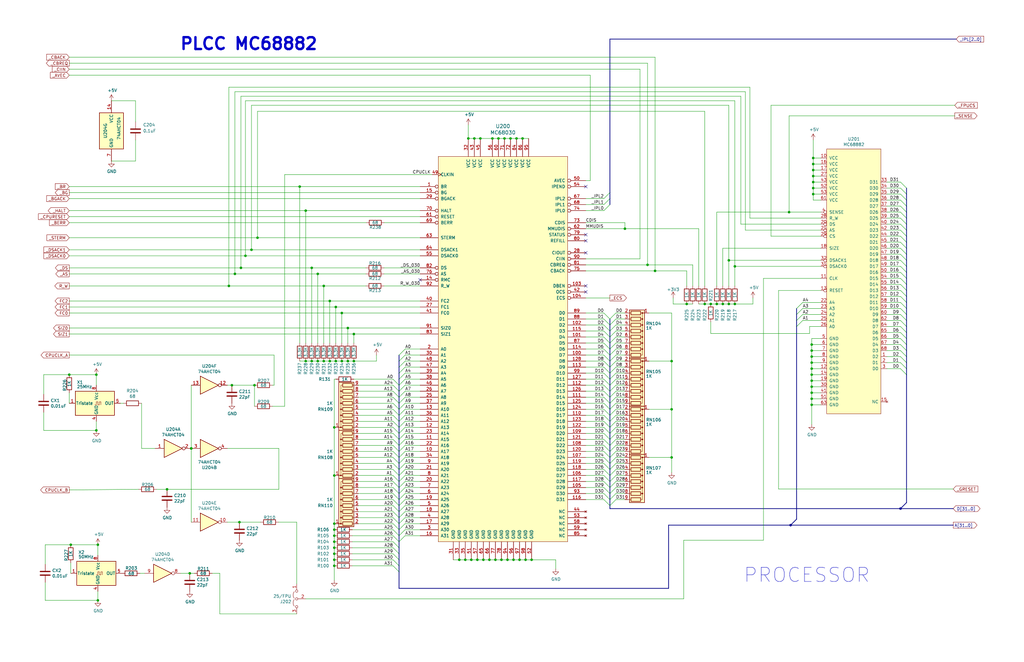
<source format=kicad_sch>
(kicad_sch (version 20231120) (generator "eeschema") (generator_version "8.0")
  (paper "B")
  (title_block (title "Amiga N2630 MC68882 PLCC") (date "2024-03-24") (rev "4.1.0a"))
  (junction (at 342.9 71.755))
  (junction (at 224.155 236.22))
  (junction (at 342.265 150.495))
  (junction (at 379.73 214.63))
  (junction (at 307.34 128.27))
  (junction (at 41.275 253.365))
  (junction (at 80.645 189.2554))
  (junction (at 80.645 189.23))
  (junction (at 140.97 228.6))
  (junction (at 342.9 79.375))
  (junction (at 146.685 152.4))
  (junction (at 139.065 127))
  (junction (at 29.21 158.115))
  (junction (at 140.97 223.52))
  (junction (at 140.97 180.34))
  (junction (at 342.265 165.735))
  (junction (at 342.265 155.575))
  (junction (at 208.915 236.22))
  (junction (at 80.01 241.935))
  (junction (at 139.065 152.4))
  (junction (at 213.995 236.22))
  (junction (at 140.97 226.06))
  (junction (at 133.985 115.57))
  (junction (at 276.225 114.3))
  (junction (at 198.755 236.22))
  (junction (at 342.9 76.835))
  (junction (at 283.21 193.04))
  (junction (at 211.455 236.22))
  (junction (at 307.34 109.855))
  (junction (at 141.605 152.4))
  (junction (at 141.605 129.54))
  (junction (at 299.72 128.27))
  (junction (at 136.525 152.4))
  (junction (at 309.88 128.27))
  (junction (at 140.97 238.76))
  (junction (at 219.075 236.22))
  (junction (at 333.375 221.615))
  (junction (at 202.565 58.42))
  (junction (at 144.145 152.4))
  (junction (at 101.6 113.03))
  (junction (at 309.88 112.395))
  (junction (at 203.835 236.22))
  (junction (at 131.445 152.4))
  (junction (at 342.9 69.215))
  (junction (at 131.445 113.03))
  (junction (at 100.965 220.345))
  (junction (at 99.06 115.57))
  (junction (at 332.74 89.535))
  (junction (at 342.265 168.275))
  (junction (at 342.9 74.295))
  (junction (at 217.805 58.42))
  (junction (at 283.21 152.4))
  (junction (at 140.97 233.68))
  (junction (at 29.845 229.87))
  (junction (at 106.045 105.41))
  (junction (at 108.585 100.33))
  (junction (at 342.265 153.035))
  (junction (at 140.97 200.66))
  (junction (at 144.145 132.08))
  (junction (at 149.225 152.4))
  (junction (at 126.365 78.74))
  (junction (at 96.52 120.65))
  (junction (at 97.79 162.56))
  (junction (at 342.9 66.675))
  (junction (at 342.265 160.655))
  (junction (at 140.97 220.98))
  (junction (at 283.21 172.72))
  (junction (at 212.725 58.42))
  (junction (at 263.525 96.52))
  (junction (at 201.295 236.22))
  (junction (at 302.26 128.27))
  (junction (at 149.225 140.97))
  (junction (at 342.265 147.955))
  (junction (at 289.56 128.27))
  (junction (at 140.97 231.14))
  (junction (at 107.315 162.56))
  (junction (at 41.275 229.87))
  (junction (at 215.265 58.42))
  (junction (at 40.64 181.61))
  (junction (at 40.64 158.115))
  (junction (at 146.685 138.43))
  (junction (at 103.505 107.95))
  (junction (at 206.375 236.22))
  (junction (at 304.8 128.27))
  (junction (at 128.905 88.9))
  (junction (at 197.485 58.42))
  (junction (at 221.615 236.22))
  (junction (at 196.215 236.22))
  (junction (at 220.345 58.42))
  (junction (at 216.535 236.22))
  (junction (at 342.265 170.815))
  (junction (at 193.675 236.22))
  (junction (at 140.97 236.22))
  (junction (at 342.9 81.915))
  (junction (at 207.645 58.42))
  (junction (at 70.4342 206.4766))
  (junction (at 342.265 145.415))
  (junction (at 342.265 158.115))
  (junction (at 210.185 58.42))
  (junction (at 200.025 58.42))
  (junction (at 297.18 128.27))
  (junction (at 128.905 152.4))
  (junction (at 342.265 163.195))
  (junction (at 136.525 120.65))
  (junction (at 133.985 152.4))
  (junction (at 273.05 111.76))
  (no_connect (at 247.015 120.65))
  (no_connect (at 247.015 123.19))
  (no_connect (at 247.015 101.6))
  (no_connect (at 247.015 106.68))
  (no_connect (at 247.015 78.74))
  (no_connect (at 247.015 99.06))
  (no_connect (at 177.165 118.11))
  (bus_entry (at 259.715 172.72) (size -2.54 2.54))
  (bus_entry (at 170.815 170.18) (size -2.54 2.54))
  (bus_entry (at 379.73 155.575) (size 2.54 2.54))
  (bus_entry (at 338.455 135.255) (size -2.54 2.54))
  (bus_entry (at 254.635 149.86) (size 2.54 2.54))
  (bus_entry (at 165.735 160.02) (size 2.54 2.54))
  (bus_entry (at 165.735 208.28) (size 2.54 2.54))
  (bus_entry (at 170.815 147.32) (size -2.54 2.54))
  (bus_entry (at 165.735 218.44) (size 2.54 2.54))
  (bus_entry (at 338.455 132.715) (size -2.54 2.54))
  (bus_entry (at 170.815 162.56) (size -2.54 2.54))
  (bus_entry (at 170.815 152.4) (size -2.54 2.54))
  (bus_entry (at 259.715 177.8) (size -2.54 2.54))
  (bus_entry (at 254.635 190.5) (size 2.54 2.54))
  (bus_entry (at 259.715 203.2) (size -2.54 2.54))
  (bus_entry (at 170.815 177.8) (size -2.54 2.54))
  (bus_entry (at 259.715 132.08) (size -2.54 2.54))
  (bus_entry (at 254.635 195.58) (size 2.54 2.54))
  (bus_entry (at 170.815 187.96) (size -2.54 2.54))
  (bus_entry (at 259.715 193.04) (size -2.54 2.54))
  (bus_entry (at 254.635 147.32) (size 2.54 2.54))
  (bus_entry (at 165.735 226.06) (size 2.54 2.54))
  (bus_entry (at 165.735 177.8) (size 2.54 2.54))
  (bus_entry (at 259.715 182.88) (size -2.54 2.54))
  (bus_entry (at 170.815 198.12) (size -2.54 2.54))
  (bus_entry (at 259.715 198.12) (size -2.54 2.54))
  (bus_entry (at 170.815 213.36) (size -2.54 2.54))
  (bus_entry (at 170.815 157.48) (size -2.54 2.54))
  (bus_entry (at 165.735 167.64) (size 2.54 2.54))
  (bus_entry (at 254.635 160.02) (size 2.54 2.54))
  (bus_entry (at 254.635 182.88) (size 2.54 2.54))
  (bus_entry (at 379.73 114.935) (size 2.54 2.54))
  (bus_entry (at 170.815 195.58) (size -2.54 2.54))
  (bus_entry (at 165.735 162.56) (size 2.54 2.54))
  (bus_entry (at 170.815 208.28) (size -2.54 2.54))
  (bus_entry (at 165.735 231.14) (size 2.54 2.54))
  (bus_entry (at 379.73 142.875) (size 2.54 2.54))
  (bus_entry (at 379.73 97.155) (size 2.54 2.54))
  (bus_entry (at 379.73 89.535) (size 2.54 2.54))
  (bus_entry (at 165.735 223.52) (size 2.54 2.54))
  (bus_entry (at 379.73 127.635) (size 2.54 2.54))
  (bus_entry (at 259.715 190.5) (size -2.54 2.54))
  (bus_entry (at 254.635 170.18) (size 2.54 2.54))
  (bus_entry (at 259.715 147.32) (size -2.54 2.54))
  (bus_entry (at 259.715 154.94) (size -2.54 2.54))
  (bus_entry (at 170.815 215.9) (size -2.54 2.54))
  (bus_entry (at 165.735 170.18) (size 2.54 2.54))
  (bus_entry (at 379.73 84.455) (size 2.54 2.54))
  (bus_entry (at 170.815 205.74) (size -2.54 2.54))
  (bus_entry (at 379.73 137.795) (size 2.54 2.54))
  (bus_entry (at 170.815 154.94) (size -2.54 2.54))
  (bus_entry (at 254.635 142.24) (size 2.54 2.54))
  (bus_entry (at 254.635 172.72) (size 2.54 2.54))
  (bus_entry (at 165.735 220.98) (size 2.54 2.54))
  (bus_entry (at 379.73 76.835) (size 2.54 2.54))
  (bus_entry (at 259.715 205.74) (size -2.54 2.54))
  (bus_entry (at 165.735 190.5) (size 2.54 2.54))
  (bus_entry (at 254.635 177.8) (size 2.54 2.54))
  (bus_entry (at 379.73 150.495) (size 2.54 2.54))
  (bus_entry (at 170.815 200.66) (size -2.54 2.54))
  (bus_entry (at 165.735 228.6) (size 2.54 2.54))
  (bus_entry (at 379.73 132.715) (size 2.54 2.54))
  (bus_entry (at 259.715 208.28) (size -2.54 2.54))
  (bus_entry (at 170.815 226.06) (size -2.54 2.54))
  (bus_entry (at 379.73 92.075) (size 2.54 2.54))
  (bus_entry (at 165.735 210.82) (size 2.54 2.54))
  (bus_entry (at 379.73 120.015) (size 2.54 2.54))
  (bus_entry (at 165.735 165.1) (size 2.54 2.54))
  (bus_entry (at 170.815 185.42) (size -2.54 2.54))
  (bus_entry (at 170.815 210.82) (size -2.54 2.54))
  (bus_entry (at 254.635 152.4) (size 2.54 2.54))
  (bus_entry (at 259.715 195.58) (size -2.54 2.54))
  (bus_entry (at 254.635 185.42) (size 2.54 2.54))
  (bus_entry (at 379.73 117.475) (size 2.54 2.54))
  (bus_entry (at 259.715 144.78) (size -2.54 2.54))
  (bus_entry (at 165.735 187.96) (size 2.54 2.54))
  (bus_entry (at 379.73 86.995) (size 2.54 2.54))
  (bus_entry (at 254.635 137.16) (size 2.54 2.54))
  (bus_entry (at 165.735 180.34) (size 2.54 2.54))
  (bus_entry (at 165.735 172.72) (size 2.54 2.54))
  (bus_entry (at 254.635 88.9) (size 2.54 -2.54))
  (bus_entry (at 165.735 185.42) (size 2.54 2.54))
  (bus_entry (at 170.815 218.44) (size -2.54 2.54))
  (bus_entry (at 254.635 157.48) (size 2.54 2.54))
  (bus_entry (at 170.815 149.86) (size -2.54 2.54))
  (bus_entry (at 259.715 185.42) (size -2.54 2.54))
  (bus_entry (at 254.635 165.1) (size 2.54 2.54))
  (bus_entry (at 254.635 187.96) (size 2.54 2.54))
  (bus_entry (at 379.73 81.915) (size 2.54 2.54))
  (bus_entry (at 259.715 152.4) (size -2.54 2.54))
  (bus_entry (at 379.73 107.315) (size 2.54 2.54))
  (bus_entry (at 259.715 200.66) (size -2.54 2.54))
  (bus_entry (at 379.73 104.775) (size 2.54 2.54))
  (bus_entry (at 379.73 99.695) (size 2.54 2.54))
  (bus_entry (at 254.635 167.64) (size 2.54 2.54))
  (bus_entry (at 254.635 175.26) (size 2.54 2.54))
  (bus_entry (at 170.815 172.72) (size -2.54 2.54))
  (bus_entry (at 259.715 139.7) (size -2.54 2.54))
  (bus_entry (at 170.815 175.26) (size -2.54 2.54))
  (bus_entry (at 170.815 165.1) (size -2.54 2.54))
  (bus_entry (at 379.73 102.235) (size 2.54 2.54))
  (bus_entry (at 254.635 83.82) (size 2.54 -2.54))
  (bus_entry (at 259.715 167.64) (size -2.54 2.54))
  (bus_entry (at 254.635 162.56) (size 2.54 2.54))
  (bus_entry (at 379.73 135.255) (size 2.54 2.54))
  (bus_entry (at 170.815 160.02) (size -2.54 2.54))
  (bus_entry (at 254.635 193.04) (size 2.54 2.54))
  (bus_entry (at 165.735 238.76) (size 2.54 2.54))
  (bus_entry (at 165.735 200.66) (size 2.54 2.54))
  (bus_entry (at 379.73 130.175) (size 2.54 2.54))
  (bus_entry (at 165.735 205.74) (size 2.54 2.54))
  (bus_entry (at 170.815 180.34) (size -2.54 2.54))
  (bus_entry (at 259.715 137.16) (size -2.54 2.54))
  (bus_entry (at 170.815 203.2) (size -2.54 2.54))
  (bus_entry (at 254.635 205.74) (size 2.54 2.54))
  (bus_entry (at 379.73 153.035) (size 2.54 2.54))
  (bus_entry (at 254.635 86.36) (size 2.54 -2.54))
  (bus_entry (at 259.715 210.82) (size -2.54 2.54))
  (bus_entry (at 379.73 122.555) (size 2.54 2.54))
  (bus_entry (at 259.715 157.48) (size -2.54 2.54))
  (bus_entry (at 254.635 132.08) (size 2.54 2.54))
  (bus_entry (at 259.715 187.96) (size -2.54 2.54))
  (bus_entry (at 379.73 94.615) (size 2.54 2.54))
  (bus_entry (at 254.635 200.66) (size 2.54 2.54))
  (bus_entry (at 165.735 233.68) (size 2.54 2.54))
  (bus_entry (at 259.715 180.34) (size -2.54 2.54))
  (bus_entry (at 379.73 125.095) (size 2.54 2.54))
  (bus_entry (at 170.815 167.64) (size -2.54 2.54))
  (bus_entry (at 170.815 223.52) (size -2.54 2.54))
  (bus_entry (at 254.635 210.82) (size 2.54 2.54))
  (bus_entry (at 165.735 213.36) (size 2.54 2.54))
  (bus_entry (at 259.715 134.62) (size -2.54 2.54))
  (bus_entry (at 379.73 112.395) (size 2.54 2.54))
  (bus_entry (at 170.815 193.04) (size -2.54 2.54))
  (bus_entry (at 259.715 160.02) (size -2.54 2.54))
  (bus_entry (at 254.635 154.94) (size 2.54 2.54))
  (bus_entry (at 259.715 149.86) (size -2.54 2.54))
  (bus_entry (at 379.73 140.335) (size 2.54 2.54))
  (bus_entry (at 254.635 144.78) (size 2.54 2.54))
  (bus_entry (at 254.635 180.34) (size 2.54 2.54))
  (bus_entry (at 170.815 182.88) (size -2.54 2.54))
  (bus_entry (at 165.735 198.12) (size 2.54 2.54))
  (bus_entry (at 259.715 175.26) (size -2.54 2.54))
  (bus_entry (at 165.735 195.58) (size 2.54 2.54))
  (bus_entry (at 379.73 147.955) (size 2.54 2.54))
  (bus_entry (at 259.715 142.24) (size -2.54 2.54))
  (bus_entry (at 379.73 109.855) (size 2.54 2.54))
  (bus_entry (at 379.73 145.415) (size 2.54 2.54))
  (bus_entry (at 165.735 182.88) (size 2.54 2.54))
  (bus_entry (at 165.735 236.22) (size 2.54 2.54))
  (bus_entry (at 165.735 175.26) (size 2.54 2.54))
  (bus_entry (at 259.715 170.18) (size -2.54 2.54))
  (bus_entry (at 254.635 208.28) (size 2.54 2.54))
  (bus_entry (at 338.455 130.175) (size -2.54 2.54))
  (bus_entry (at 170.815 220.98) (size -2.54 2.54))
  (bus_entry (at 259.715 165.1) (size -2.54 2.54))
  (bus_entry (at 170.815 190.5) (size -2.54 2.54))
  (bus_entry (at 338.455 127.635) (size -2.54 2.54))
  (bus_entry (at 165.735 193.04) (size 2.54 2.54))
  (bus_entry (at 254.635 134.62) (size 2.54 2.54))
  (bus_entry (at 259.715 162.56) (size -2.54 2.54))
  (bus_entry (at 379.73 79.375) (size 2.54 2.54))
  (bus_entry (at 165.735 215.9) (size 2.54 2.54))
  (bus_entry (at 254.635 139.7) (size 2.54 2.54))
  (bus_entry (at 165.735 203.2) (size 2.54 2.54))
  (bus_entry (at 254.635 198.12) (size 2.54 2.54))
  (bus_entry (at 254.635 203.2) (size 2.54 2.54))
  (wire (pts (xy 247.015 180.34) (xy 254.635 180.34)))
  (bus (pts (xy 257.175 190.5) (xy 257.175 193.04)))
  (wire (pts (xy 374.015 102.235) (xy 379.73 102.235)))
  (wire (pts (xy 309.88 42.545) (xy 103.505 42.545)))
  (wire (pts (xy 342.265 150.495) (xy 342.265 153.035)))
  (wire (pts (xy 247.015 88.9) (xy 254.635 88.9)))
  (wire (pts (xy 125.095 246.38) (xy 125.095 220.345)))
  (bus (pts (xy 382.27 153.035) (xy 382.27 155.575)))
  (wire (pts (xy 151.13 205.74) (xy 165.735 205.74)))
  (wire (pts (xy 151.13 165.1) (xy 165.735 165.1)))
  (wire (pts (xy 140.97 231.14) (xy 140.97 233.68)))
  (wire (pts (xy 200.025 58.42) (xy 197.485 58.42)))
  (wire (pts (xy 92.71 241.935) (xy 89.535 241.935)))
  (bus (pts (xy 382.27 92.075) (xy 382.27 94.615)))
  (bus (pts (xy 168.275 210.82) (xy 168.275 213.36)))
  (wire (pts (xy 342.265 170.815) (xy 342.265 179.07)))
  (wire (pts (xy 177.165 165.1) (xy 170.815 165.1)))
  (wire (pts (xy 269.875 109.22) (xy 269.875 29.21)))
  (wire (pts (xy 177.165 162.56) (xy 170.815 162.56)))
  (wire (pts (xy 374.015 76.835) (xy 379.73 76.835)))
  (bus (pts (xy 257.175 175.26) (xy 257.175 177.8)))
  (wire (pts (xy 216.535 236.22) (xy 219.075 236.22)))
  (wire (pts (xy 247.015 93.98) (xy 263.525 93.98)))
  (wire (pts (xy 259.715 162.56) (xy 263.525 162.56)))
  (bus (pts (xy 257.175 139.7) (xy 257.175 142.24)))
  (bus (pts (xy 382.27 120.015) (xy 382.27 122.555)))
  (bus (pts (xy 335.915 135.255) (xy 335.915 137.795)))
  (wire (pts (xy 304.8 104.775) (xy 346.075 104.775)))
  (wire (pts (xy 273.685 172.72) (xy 283.21 172.72)))
  (wire (pts (xy 193.675 236.22) (xy 196.215 236.22)))
  (wire (pts (xy 149.225 152.4) (xy 158.75 152.4)))
  (wire (pts (xy 151.13 198.12) (xy 165.735 198.12)))
  (wire (pts (xy 211.455 236.22) (xy 213.995 236.22)))
  (wire (pts (xy 151.13 190.5) (xy 165.735 190.5)))
  (wire (pts (xy 346.075 165.735) (xy 342.265 165.735)))
  (bus (pts (xy 382.27 86.995) (xy 382.27 89.535)))
  (wire (pts (xy 177.165 175.26) (xy 170.815 175.26)))
  (wire (pts (xy 346.075 99.695) (xy 325.12 99.695)))
  (wire (pts (xy 297.18 120.65) (xy 297.18 46.99)))
  (bus (pts (xy 257.175 152.4) (xy 257.175 154.94)))
  (bus (pts (xy 168.275 187.96) (xy 168.275 190.5)))
  (wire (pts (xy 177.165 120.65) (xy 161.925 120.65)))
  (wire (pts (xy 125.095 220.345) (xy 117.475 220.345)))
  (wire (pts (xy 177.165 190.5) (xy 170.815 190.5)))
  (bus (pts (xy 168.275 233.68) (xy 168.275 236.22)))
  (bus (pts (xy 257.175 16.51) (xy 257.175 81.28)))
  (wire (pts (xy 177.165 215.9) (xy 170.815 215.9)))
  (bus (pts (xy 168.275 220.98) (xy 168.275 223.52)))
  (bus (pts (xy 257.175 172.72) (xy 257.175 175.26)))
  (wire (pts (xy 140.97 236.22) (xy 140.97 238.76)))
  (bus (pts (xy 168.275 154.94) (xy 168.275 157.48)))
  (wire (pts (xy 177.165 223.52) (xy 170.815 223.52)))
  (wire (pts (xy 125.095 259.08) (xy 92.71 259.08)))
  (wire (pts (xy 374.015 112.395) (xy 379.73 112.395)))
  (wire (pts (xy 346.075 150.495) (xy 342.265 150.495)))
  (bus (pts (xy 168.275 149.86) (xy 168.275 152.4)))
  (bus (pts (xy 168.275 195.58) (xy 168.275 198.12)))
  (wire (pts (xy 196.215 236.22) (xy 198.755 236.22)))
  (wire (pts (xy 177.165 93.98) (xy 162.052 93.98)))
  (wire (pts (xy 247.015 142.24) (xy 254.635 142.24)))
  (wire (pts (xy 283.21 152.4) (xy 283.21 132.08)))
  (bus (pts (xy 382.27 140.335) (xy 382.27 142.875)))
  (wire (pts (xy 346.075 71.755) (xy 342.9 71.755)))
  (bus (pts (xy 257.175 147.32) (xy 257.175 149.86)))
  (wire (pts (xy 99.06 38.735) (xy 99.06 115.57)))
  (wire (pts (xy 177.165 198.12) (xy 170.815 198.12)))
  (wire (pts (xy 80.645 189.23) (xy 80.645 189.2554)))
  (wire (pts (xy 259.715 152.4) (xy 263.525 152.4)))
  (wire (pts (xy 374.015 147.955) (xy 379.73 147.955)))
  (wire (pts (xy 307.34 109.855) (xy 307.34 44.45)))
  (wire (pts (xy 177.165 170.18) (xy 170.815 170.18)))
  (wire (pts (xy 307.34 120.65) (xy 307.34 109.855)))
  (wire (pts (xy 220.345 58.42) (xy 217.805 58.42)))
  (bus (pts (xy 382.27 132.715) (xy 382.27 135.255)))
  (wire (pts (xy 198.755 236.22) (xy 201.295 236.22)))
  (wire (pts (xy 263.525 175.26) (xy 259.715 175.26)))
  (wire (pts (xy 80.645 162.56) (xy 80.645 189.23)))
  (wire (pts (xy 18.415 173.99) (xy 18.415 181.61)))
  (bus (pts (xy 168.275 167.64) (xy 168.275 170.18)))
  (wire (pts (xy 316.23 36.83) (xy 96.52 36.83)))
  (wire (pts (xy 117.602 189.2554) (xy 117.602 206.4766)))
  (bus (pts (xy 382.27 155.575) (xy 382.27 158.115)))
  (wire (pts (xy 263.525 142.24) (xy 259.715 142.24)))
  (wire (pts (xy 346.075 79.375) (xy 342.9 79.375)))
  (wire (pts (xy 263.525 193.04) (xy 259.715 193.04)))
  (wire (pts (xy 126.365 78.74) (xy 126.365 144.78)))
  (wire (pts (xy 247.015 152.4) (xy 254.635 152.4)))
  (bus (pts (xy 257.175 177.8) (xy 257.175 180.34)))
  (wire (pts (xy 177.165 78.74) (xy 126.365 78.74)))
  (wire (pts (xy 247.015 203.2) (xy 254.635 203.2)))
  (wire (pts (xy 316.23 92.075) (xy 316.23 36.83)))
  (wire (pts (xy 346.075 122.555) (xy 328.295 122.555)))
  (wire (pts (xy 247.015 200.66) (xy 254.635 200.66)))
  (wire (pts (xy 304.8 104.775) (xy 304.8 120.65)))
  (wire (pts (xy 213.995 236.22) (xy 216.535 236.22)))
  (wire (pts (xy 346.075 117.475) (xy 321.945 117.475)))
  (wire (pts (xy 128.905 88.9) (xy 29.21 88.9)))
  (wire (pts (xy 95.885 220.345) (xy 100.965 220.345)))
  (wire (pts (xy 374.015 153.035) (xy 379.73 153.035)))
  (wire (pts (xy 29.21 140.97) (xy 149.225 140.97)))
  (wire (pts (xy 374.015 150.495) (xy 379.73 150.495)))
  (wire (pts (xy 146.685 152.4) (xy 149.225 152.4)))
  (bus (pts (xy 168.275 215.9) (xy 168.275 218.44)))
  (wire (pts (xy 148.59 236.22) (xy 165.735 236.22)))
  (wire (pts (xy 342.265 160.655) (xy 342.265 163.195)))
  (wire (pts (xy 158.75 152.4) (xy 158.75 149.86)))
  (wire (pts (xy 101.6 113.03) (xy 29.21 113.03)))
  (wire (pts (xy 29.845 229.87) (xy 41.275 229.87)))
  (wire (pts (xy 177.165 177.8) (xy 170.815 177.8)))
  (wire (pts (xy 374.015 92.075) (xy 379.73 92.075)))
  (wire (pts (xy 40.64 162.56) (xy 40.64 158.115)))
  (wire (pts (xy 374.015 84.455) (xy 379.73 84.455)))
  (wire (pts (xy 374.015 135.255) (xy 379.73 135.255)))
  (wire (pts (xy 247.015 83.82) (xy 254.635 83.82)))
  (bus (pts (xy 382.27 84.455) (xy 382.27 86.995)))
  (bus (pts (xy 335.915 219.075) (xy 333.375 221.615)))
  (wire (pts (xy 374.015 79.375) (xy 379.73 79.375)))
  (wire (pts (xy 151.13 213.36) (xy 165.735 213.36)))
  (bus (pts (xy 168.275 198.12) (xy 168.275 200.66)))
  (wire (pts (xy 177.165 226.06) (xy 170.815 226.06)))
  (wire (pts (xy 307.34 128.27) (xy 309.88 128.27)))
  (wire (pts (xy 29.21 170.18) (xy 29.21 165.735)))
  (wire (pts (xy 247.015 170.18) (xy 254.635 170.18)))
  (wire (pts (xy 120.015 73.66) (xy 120.015 171.45)))
  (wire (pts (xy 374.015 155.575) (xy 379.73 155.575)))
  (wire (pts (xy 374.015 142.875) (xy 379.73 142.875)))
  (wire (pts (xy 95.885 189.2554) (xy 117.602 189.2554)))
  (wire (pts (xy 139.065 144.78) (xy 139.065 127)))
  (wire (pts (xy 114.935 162.56) (xy 115.57 162.56)))
  (bus (pts (xy 257.175 81.28) (xy 257.175 83.82)))
  (bus (pts (xy 257.175 160.02) (xy 257.175 162.56)))
  (bus (pts (xy 382.27 102.235) (xy 382.27 104.775)))
  (wire (pts (xy 57.15 42.545) (xy 57.15 51.435)))
  (wire (pts (xy 297.18 128.27) (xy 299.72 128.27)))
  (wire (pts (xy 321.945 227.965) (xy 288.29 227.965)))
  (wire (pts (xy 342.9 71.755) (xy 342.9 69.215)))
  (wire (pts (xy 29.21 24.13) (xy 276.225 24.13)))
  (wire (pts (xy 374.015 89.535) (xy 379.73 89.535)))
  (wire (pts (xy 29.21 158.115) (xy 40.64 158.115)))
  (wire (pts (xy 346.075 66.675) (xy 342.9 66.675)))
  (wire (pts (xy 210.185 58.42) (xy 207.645 58.42)))
  (wire (pts (xy 247.015 172.72) (xy 254.635 172.72)))
  (wire (pts (xy 219.075 236.22) (xy 221.615 236.22)))
  (wire (pts (xy 19.05 229.87) (xy 29.845 229.87)))
  (bus (pts (xy 382.27 81.915) (xy 382.27 84.455)))
  (wire (pts (xy 325.12 99.695) (xy 325.12 44.45)))
  (wire (pts (xy 317.5 128.27) (xy 317.5 125.73)))
  (bus (pts (xy 382.27 112.395) (xy 382.27 114.935)))
  (wire (pts (xy 294.64 128.27) (xy 297.18 128.27)))
  (wire (pts (xy 247.015 86.36) (xy 254.635 86.36)))
  (bus (pts (xy 382.27 97.155) (xy 382.27 99.695)))
  (wire (pts (xy 148.59 238.76) (xy 165.735 238.76)))
  (wire (pts (xy 247.015 208.28) (xy 254.635 208.28)))
  (bus (pts (xy 168.275 180.34) (xy 168.275 182.88)))
  (wire (pts (xy 328.295 206.375) (xy 401.955 206.375)))
  (bus (pts (xy 257.175 154.94) (xy 257.175 157.48)))
  (wire (pts (xy 374.015 94.615) (xy 379.73 94.615)))
  (wire (pts (xy 99.06 115.57) (xy 133.985 115.57)))
  (wire (pts (xy 177.165 157.48) (xy 170.815 157.48)))
  (wire (pts (xy 314.325 97.155) (xy 346.075 97.155)))
  (wire (pts (xy 191.135 236.22) (xy 193.675 236.22)))
  (wire (pts (xy 374.015 130.175) (xy 379.73 130.175)))
  (wire (pts (xy 80.645 189.2554) (xy 80.645 220.345)))
  (wire (pts (xy 224.155 236.22) (xy 234.315 236.22)))
  (wire (pts (xy 177.165 147.32) (xy 170.815 147.32)))
  (wire (pts (xy 115.57 162.56) (xy 115.57 149.86)))
  (wire (pts (xy 292.1 120.65) (xy 292.1 111.76)))
  (wire (pts (xy 52.07 170.18) (xy 50.8 170.18)))
  (wire (pts (xy 177.165 218.44) (xy 170.815 218.44)))
  (wire (pts (xy 342.265 163.195) (xy 342.265 165.735)))
  (wire (pts (xy 247.015 198.12) (xy 254.635 198.12)))
  (wire (pts (xy 325.12 44.45) (xy 402.59 44.45)))
  (wire (pts (xy 101.6 113.03) (xy 101.6 40.64)))
  (bus (pts (xy 382.27 135.255) (xy 382.27 137.795)))
  (wire (pts (xy 259.715 195.58) (xy 263.525 195.58)))
  (wire (pts (xy 154.432 93.98) (xy 29.21 93.98)))
  (wire (pts (xy 332.74 89.535) (xy 332.74 48.895)))
  (wire (pts (xy 259.715 167.64) (xy 263.525 167.64)))
  (wire (pts (xy 151.13 187.96) (xy 165.735 187.96)))
  (wire (pts (xy 177.165 210.82) (xy 170.815 210.82)))
  (wire (pts (xy 273.685 193.04) (xy 283.21 193.04)))
  (bus (pts (xy 168.275 203.2) (xy 168.275 205.74)))
  (wire (pts (xy 312.42 40.64) (xy 312.42 94.615)))
  (bus (pts (xy 257.175 162.56) (xy 257.175 165.1)))
  (wire (pts (xy 247.015 144.78) (xy 254.635 144.78)))
  (wire (pts (xy 108.585 100.33) (xy 29.21 100.33)))
  (wire (pts (xy 374.015 99.695) (xy 379.73 99.695)))
  (wire (pts (xy 140.97 220.98) (xy 140.97 223.52)))
  (wire (pts (xy 341.376 137.795) (xy 341.376 140.716)))
  (wire (pts (xy 177.165 213.36) (xy 170.815 213.36)))
  (wire (pts (xy 309.88 128.27) (xy 317.5 128.27)))
  (wire (pts (xy 259.715 149.86) (xy 263.525 149.86)))
  (bus (pts (xy 382.27 79.375) (xy 382.27 81.915)))
  (wire (pts (xy 221.615 236.22) (xy 224.155 236.22)))
  (wire (pts (xy 263.525 185.42) (xy 259.715 185.42)))
  (wire (pts (xy 177.165 185.42) (xy 170.815 185.42)))
  (wire (pts (xy 269.875 29.21) (xy 29.21 29.21)))
  (bus (pts (xy 168.275 248.285) (xy 281.94 248.285)))
  (wire (pts (xy 374.015 122.555) (xy 379.73 122.555)))
  (wire (pts (xy 263.525 154.94) (xy 259.715 154.94)))
  (wire (pts (xy 346.075 135.255) (xy 338.455 135.255)))
  (wire (pts (xy 144.145 132.08) (xy 29.21 132.08)))
  (wire (pts (xy 346.075 84.455) (xy 342.9 84.455)))
  (wire (pts (xy 217.805 58.42) (xy 215.265 58.42)))
  (wire (pts (xy 114.935 171.45) (xy 120.015 171.45)))
  (bus (pts (xy 257.175 187.96) (xy 257.175 190.5)))
  (wire (pts (xy 263.525 180.34) (xy 259.715 180.34)))
  (wire (pts (xy 259.715 200.66) (xy 263.525 200.66)))
  (wire (pts (xy 151.13 218.44) (xy 165.735 218.44)))
  (wire (pts (xy 177.165 182.88) (xy 170.815 182.88)))
  (wire (pts (xy 177.165 172.72) (xy 170.815 172.72)))
  (wire (pts (xy 106.045 44.45) (xy 106.045 105.41)))
  (wire (pts (xy 177.165 81.28) (xy 29.21 81.28)))
  (wire (pts (xy 29.845 241.935) (xy 29.845 237.49)))
  (wire (pts (xy 126.365 152.4) (xy 128.905 152.4)))
  (wire (pts (xy 177.165 149.86) (xy 170.815 149.86)))
  (wire (pts (xy 309.88 112.395) (xy 309.88 42.545)))
  (wire (pts (xy 149.225 140.97) (xy 177.165 140.97)))
  (wire (pts (xy 19.05 245.745) (xy 19.05 253.365)))
  (wire (pts (xy 316.23 92.075) (xy 346.075 92.075)))
  (wire (pts (xy 247.015 195.58) (xy 254.635 195.58)))
  (wire (pts (xy 302.26 89.535) (xy 332.74 89.535)))
  (wire (pts (xy 140.97 238.76) (xy 140.97 244.856)))
  (bus (pts (xy 168.275 160.02) (xy 168.275 162.56)))
  (wire (pts (xy 128.905 88.9) (xy 128.905 144.78)))
  (wire (pts (xy 342.265 147.955) (xy 342.265 150.495)))
  (bus (pts (xy 257.175 205.74) (xy 257.175 208.28)))
  (wire (pts (xy 247.015 165.1) (xy 254.635 165.1)))
  (bus (pts (xy 382.27 117.475) (xy 382.27 120.015)))
  (wire (pts (xy 103.505 42.545) (xy 103.505 107.95)))
  (wire (pts (xy 263.525 203.2) (xy 259.715 203.2)))
  (wire (pts (xy 29.21 91.44) (xy 177.165 91.44)))
  (wire (pts (xy 222.885 58.42) (xy 220.345 58.42)))
  (bus (pts (xy 168.275 218.44) (xy 168.275 220.98)))
  (wire (pts (xy 140.97 160.02) (xy 141.605 160.02)))
  (wire (pts (xy 247.015 210.82) (xy 254.635 210.82)))
  (bus (pts (xy 382.27 147.955) (xy 382.27 150.495)))
  (wire (pts (xy 346.075 69.215) (xy 342.9 69.215)))
  (wire (pts (xy 140.97 200.66) (xy 140.97 180.34)))
  (bus (pts (xy 382.27 125.095) (xy 382.27 127.635)))
  (bus (pts (xy 168.275 231.14) (xy 168.275 233.68)))
  (wire (pts (xy 29.21 115.57) (xy 99.06 115.57)))
  (wire (pts (xy 247.015 187.96) (xy 254.635 187.96)))
  (bus (pts (xy 168.275 205.74) (xy 168.275 208.28)))
  (wire (pts (xy 107.315 162.56) (xy 107.315 171.45)))
  (wire (pts (xy 177.165 107.95) (xy 103.505 107.95)))
  (bus (pts (xy 257.175 142.24) (xy 257.175 144.78)))
  (wire (pts (xy 263.525 96.52) (xy 263.525 93.98)))
  (wire (pts (xy 151.13 220.98) (xy 165.735 220.98)))
  (wire (pts (xy 151.13 172.72) (xy 165.735 172.72)))
  (wire (pts (xy 247.015 154.94) (xy 254.635 154.94)))
  (wire (pts (xy 263.525 165.1) (xy 259.715 165.1)))
  (wire (pts (xy 321.945 117.475) (xy 321.945 227.965)))
  (wire (pts (xy 342.9 81.915) (xy 342.9 79.375)))
  (wire (pts (xy 342.9 74.295) (xy 342.9 71.755)))
  (wire (pts (xy 139.065 127) (xy 177.165 127)))
  (wire (pts (xy 201.295 236.22) (xy 203.835 236.22)))
  (wire (pts (xy 126.365 78.74) (xy 29.21 78.74)))
  (wire (pts (xy 128.905 152.4) (xy 131.445 152.4)))
  (wire (pts (xy 151.13 215.9) (xy 165.735 215.9)))
  (wire (pts (xy 146.685 138.43) (xy 29.21 138.43)))
  (wire (pts (xy 374.015 81.915) (xy 379.73 81.915)))
  (wire (pts (xy 151.13 185.42) (xy 165.735 185.42)))
  (wire (pts (xy 346.075 130.175) (xy 338.455 130.175)))
  (wire (pts (xy 177.165 154.94) (xy 170.815 154.94)))
  (bus (pts (xy 168.275 228.6) (xy 168.275 231.14)))
  (wire (pts (xy 144.145 144.78) (xy 144.145 132.08)))
  (wire (pts (xy 131.445 152.4) (xy 133.985 152.4)))
  (bus (pts (xy 257.175 149.86) (xy 257.175 152.4)))
  (wire (pts (xy 374.015 109.855) (xy 379.73 109.855)))
  (wire (pts (xy 263.525 170.18) (xy 259.715 170.18)))
  (wire (pts (xy 151.13 162.56) (xy 165.735 162.56)))
  (wire (pts (xy 18.415 166.37) (xy 18.415 158.115)))
  (wire (pts (xy 374.015 120.015) (xy 379.73 120.015)))
  (wire (pts (xy 148.59 228.6) (xy 165.735 228.6)))
  (wire (pts (xy 341.376 137.795) (xy 346.075 137.795)))
  (wire (pts (xy 247.015 157.48) (xy 254.635 157.48)))
  (wire (pts (xy 177.165 88.9) (xy 128.905 88.9)))
  (bus (pts (xy 168.275 208.28) (xy 168.275 210.82)))
  (wire (pts (xy 140.97 180.34) (xy 140.97 160.02)))
  (bus (pts (xy 382.27 114.935) (xy 382.27 117.475)))
  (bus (pts (xy 257.175 83.82) (xy 257.175 86.36)))
  (wire (pts (xy 144.145 132.08) (xy 177.165 132.08)))
  (bus (pts (xy 257.175 185.42) (xy 257.175 187.96)))
  (bus (pts (xy 168.275 175.26) (xy 168.275 177.8)))
  (bus (pts (xy 281.94 221.615) (xy 333.375 221.615)))
  (bus (pts (xy 168.275 182.88) (xy 168.275 185.42)))
  (wire (pts (xy 141.605 129.54) (xy 29.21 129.54)))
  (wire (pts (xy 177.165 203.2) (xy 170.815 203.2)))
  (wire (pts (xy 57.15 42.545) (xy 46.99 42.545)))
  (wire (pts (xy 247.015 185.42) (xy 254.635 185.42)))
  (wire (pts (xy 139.065 152.4) (xy 141.605 152.4)))
  (bus (pts (xy 257.175 165.1) (xy 257.175 167.64)))
  (wire (pts (xy 133.985 115.57) (xy 154.305 115.57)))
  (bus (pts (xy 257.175 180.34) (xy 257.175 182.88)))
  (bus (pts (xy 382.27 109.855) (xy 382.27 112.395)))
  (bus (pts (xy 168.275 172.72) (xy 168.275 175.26)))
  (wire (pts (xy 259.715 144.78) (xy 263.525 144.78)))
  (wire (pts (xy 247.015 137.16) (xy 254.635 137.16)))
  (bus (pts (xy 382.27 107.315) (xy 382.27 109.855)))
  (wire (pts (xy 133.985 144.78) (xy 133.985 115.57)))
  (wire (pts (xy 151.13 210.82) (xy 165.735 210.82)))
  (wire (pts (xy 374.015 107.315) (xy 379.73 107.315)))
  (wire (pts (xy 107.315 162.56) (xy 97.79 162.56)))
  (bus (pts (xy 257.175 203.2) (xy 257.175 205.74)))
  (wire (pts (xy 299.72 128.27) (xy 302.26 128.27)))
  (wire (pts (xy 151.13 193.04) (xy 165.735 193.04)))
  (wire (pts (xy 95.885 162.56) (xy 97.79 162.56)))
  (wire (pts (xy 342.9 69.215) (xy 342.9 66.675)))
  (wire (pts (xy 374.015 145.415) (xy 379.73 145.415)))
  (wire (pts (xy 136.525 152.4) (xy 139.065 152.4)))
  (wire (pts (xy 346.075 127.635) (xy 338.455 127.635)))
  (wire (pts (xy 46.99 67.945) (xy 57.15 67.945)))
  (bus (pts (xy 168.275 236.22) (xy 168.275 238.76)))
  (wire (pts (xy 263.525 198.12) (xy 259.715 198.12)))
  (wire (pts (xy 294.64 96.52) (xy 294.64 120.65)))
  (wire (pts (xy 18.415 158.115) (xy 29.21 158.115)))
  (wire (pts (xy 263.525 147.32) (xy 259.715 147.32)))
  (bus (pts (xy 257.175 214.63) (xy 379.73 214.63)))
  (wire (pts (xy 247.015 134.62) (xy 254.635 134.62)))
  (wire (pts (xy 177.165 187.96) (xy 170.815 187.96)))
  (wire (pts (xy 283.21 132.08) (xy 273.685 132.08)))
  (wire (pts (xy 136.525 144.78) (xy 136.525 120.65)))
  (wire (pts (xy 247.015 205.74) (xy 254.635 205.74)))
  (wire (pts (xy 41.275 234.315) (xy 41.275 229.87)))
  (wire (pts (xy 19.05 238.125) (xy 19.05 229.87)))
  (wire (pts (xy 177.165 195.58) (xy 170.815 195.58)))
  (wire (pts (xy 374.015 127.635) (xy 379.73 127.635)))
  (wire (pts (xy 151.13 180.34) (xy 165.735 180.34)))
  (wire (pts (xy 263.525 160.02) (xy 259.715 160.02)))
  (wire (pts (xy 374.015 132.715) (xy 379.73 132.715)))
  (wire (pts (xy 247.015 76.2) (xy 248.92 76.2)))
  (wire (pts (xy 177.165 200.66) (xy 170.815 200.66)))
  (wire (pts (xy 342.9 66.675) (xy 342.9 59.055)))
  (wire (pts (xy 177.165 208.28) (xy 170.815 208.28)))
  (wire (pts (xy 149.225 144.78) (xy 149.225 140.97)))
  (wire (pts (xy 247.015 132.08) (xy 254.635 132.08)))
  (wire (pts (xy 374.015 114.935) (xy 379.73 114.935)))
  (wire (pts (xy 65.405 189.23) (xy 59.69 189.23)))
  (bus (pts (xy 382.27 127.635) (xy 382.27 130.175)))
  (bus (pts (xy 168.275 162.56) (xy 168.275 165.1)))
  (bus (pts (xy 257.175 134.62) (xy 257.175 137.16)))
  (wire (pts (xy 177.165 152.4) (xy 170.815 152.4)))
  (wire (pts (xy 108.585 46.99) (xy 297.18 46.99)))
  (wire (pts (xy 140.97 226.06) (xy 140.97 228.6)))
  (bus (pts (xy 281.94 248.285) (xy 281.94 221.615)))
  (wire (pts (xy 346.075 145.415) (xy 342.265 145.415)))
  (wire (pts (xy 276.225 114.3) (xy 276.225 24.13)))
  (bus (pts (xy 168.275 152.4) (xy 168.275 154.94)))
  (wire (pts (xy 182.245 73.66) (xy 120.015 73.66)))
  (wire (pts (xy 81.915 241.935) (xy 80.01 241.935)))
  (wire (pts (xy 202.565 58.42) (xy 207.645 58.42)))
  (bus (pts (xy 382.27 94.615) (xy 382.27 97.155)))
  (wire (pts (xy 273.685 152.4) (xy 283.21 152.4)))
  (wire (pts (xy 259.715 205.74) (xy 263.525 205.74)))
  (wire (pts (xy 346.075 89.535) (xy 332.74 89.535)))
  (bus (pts (xy 382.27 150.495) (xy 382.27 153.035)))
  (bus (pts (xy 382.27 130.175) (xy 382.27 132.715)))
  (wire (pts (xy 140.97 228.6) (xy 140.97 231.14)))
  (wire (pts (xy 288.29 252.73) (xy 128.905 252.73)))
  (wire (pts (xy 299.72 135.89) (xy 299.72 140.716)))
  (wire (pts (xy 302.26 120.65) (xy 302.26 89.535)))
  (wire (pts (xy 273.05 111.76) (xy 292.1 111.76)))
  (wire (pts (xy 346.075 147.955) (xy 342.265 147.955)))
  (wire (pts (xy 289.56 128.27) (xy 292.1 128.27)))
  (wire (pts (xy 151.13 177.8) (xy 165.735 177.8)))
  (bus (pts (xy 257.175 167.64) (xy 257.175 170.18)))
  (bus (pts (xy 168.275 190.5) (xy 168.275 193.04)))
  (wire (pts (xy 177.165 83.82) (xy 29.21 83.82)))
  (wire (pts (xy 259.715 187.96) (xy 263.525 187.96)))
  (wire (pts (xy 177.165 220.98) (xy 170.815 220.98)))
  (wire (pts (xy 342.265 153.035) (xy 342.265 155.575)))
  (wire (pts (xy 259.715 157.48) (xy 263.525 157.48)))
  (wire (pts (xy 346.075 81.915) (xy 342.9 81.915)))
  (wire (pts (xy 374.015 104.775) (xy 379.73 104.775)))
  (bus (pts (xy 168.275 193.04) (xy 168.275 195.58)))
  (bus (pts (xy 257.175 195.58) (xy 257.175 198.12)))
  (wire (pts (xy 202.565 58.42) (xy 200.025 58.42)))
  (wire (pts (xy 103.505 107.95) (xy 29.21 107.95)))
  (wire (pts (xy 247.015 167.64) (xy 254.635 167.64)))
  (bus (pts (xy 257.175 170.18) (xy 257.175 172.72)))
  (wire (pts (xy 276.225 114.3) (xy 289.56 114.3)))
  (wire (pts (xy 177.165 113.03) (xy 161.925 113.03)))
  (wire (pts (xy 203.835 236.22) (xy 206.375 236.22)))
  (wire (pts (xy 148.59 233.68) (xy 165.735 233.68)))
  (bus (pts (xy 257.175 200.66) (xy 257.175 203.2)))
  (wire (pts (xy 177.165 105.41) (xy 106.045 105.41)))
  (wire (pts (xy 57.15 67.945) (xy 57.15 59.055)))
  (wire (pts (xy 247.015 139.7) (xy 254.635 139.7)))
  (wire (pts (xy 247.015 177.8) (xy 254.635 177.8)))
  (wire (pts (xy 29.21 26.67) (xy 273.05 26.67)))
  (wire (pts (xy 139.065 127) (xy 29.21 127)))
  (wire (pts (xy 247.015 109.22) (xy 269.875 109.22)))
  (wire (pts (xy 247.015 190.5) (xy 254.635 190.5)))
  (wire (pts (xy 283.21 193.04) (xy 283.21 199.39)))
  (wire (pts (xy 307.34 44.45) (xy 106.045 44.45)))
  (wire (pts (xy 346.075 76.835) (xy 342.9 76.835)))
  (wire (pts (xy 346.075 168.275) (xy 342.265 168.275)))
  (bus (pts (xy 335.915 132.715) (xy 335.915 135.255)))
  (wire (pts (xy 289.56 128.27) (xy 283.845 128.27)))
  (wire (pts (xy 148.59 231.14) (xy 165.735 231.14)))
  (wire (pts (xy 259.715 172.72) (xy 263.525 172.72)))
  (wire (pts (xy 248.92 31.75) (xy 29.21 31.75)))
  (wire (pts (xy 247.015 182.88) (xy 254.635 182.88)))
  (bus (pts (xy 257.175 157.48) (xy 257.175 160.02)))
  (wire (pts (xy 66.04 206.4766) (xy 70.4342 206.4766)))
  (wire (pts (xy 259.715 134.62) (xy 263.525 134.62)))
  (wire (pts (xy 18.415 181.61) (xy 40.64 181.61)))
  (wire (pts (xy 141.605 152.4) (xy 144.145 152.4)))
  (wire (pts (xy 288.29 227.965) (xy 288.29 252.73)))
  (wire (pts (xy 59.055 241.935) (xy 60.96 241.935)))
  (wire (pts (xy 309.88 120.65) (xy 309.88 112.395)))
  (wire (pts (xy 212.725 58.42) (xy 210.185 58.42)))
  (bus (pts (xy 257.175 208.28) (xy 257.175 210.82)))
  (wire (pts (xy 140.97 223.52) (xy 140.97 226.06)))
  (wire (pts (xy 346.075 74.295) (xy 342.9 74.295)))
  (wire (pts (xy 76.2 241.935) (xy 80.01 241.935)))
  (wire (pts (xy 108.585 100.33) (xy 177.165 100.33)))
  (bus (pts (xy 382.27 145.415) (xy 382.27 147.955)))
  (wire (pts (xy 151.13 203.2) (xy 165.735 203.2)))
  (wire (pts (xy 248.92 76.2) (xy 248.92 31.75)))
  (wire (pts (xy 151.13 175.26) (xy 165.735 175.26)))
  (bus (pts (xy 257.175 137.16) (xy 257.175 139.7)))
  (wire (pts (xy 108.585 100.33) (xy 108.585 46.99)))
  (bus (pts (xy 335.915 130.175) (xy 335.915 132.715)))
  (wire (pts (xy 346.075 155.575) (xy 342.265 155.575)))
  (bus (pts (xy 257.175 210.82) (xy 257.175 213.36)))
  (wire (pts (xy 151.13 200.66) (xy 165.735 200.66)))
  (wire (pts (xy 40.64 177.8) (xy 40.64 181.61)))
  (wire (pts (xy 346.075 170.815) (xy 342.265 170.815)))
  (wire (pts (xy 151.13 208.28) (xy 165.735 208.28)))
  (bus (pts (xy 168.275 200.66) (xy 168.275 203.2)))
  (wire (pts (xy 247.015 147.32) (xy 254.635 147.32)))
  (wire (pts (xy 247.015 193.04) (xy 254.635 193.04)))
  (bus (pts (xy 382.27 142.875) (xy 382.27 145.415)))
  (bus (pts (xy 257.175 16.51) (xy 403.225 16.51)))
  (wire (pts (xy 342.9 76.835) (xy 342.9 74.295)))
  (wire (pts (xy 151.13 182.88) (xy 165.735 182.88)))
  (wire (pts (xy 177.165 167.64) (xy 170.815 167.64)))
  (bus (pts (xy 168.275 177.8) (xy 168.275 180.34)))
  (wire (pts (xy 96.52 36.83) (xy 96.52 120.65)))
  (wire (pts (xy 259.715 139.7) (xy 263.525 139.7)))
  (bus (pts (xy 168.275 223.52) (xy 168.275 226.06)))
  (wire (pts (xy 263.525 96.52) (xy 294.64 96.52)))
  (wire (pts (xy 146.685 138.43) (xy 177.165 138.43)))
  (wire (pts (xy 342.265 165.735) (xy 342.265 168.275)))
  (bus (pts (xy 168.275 238.76) (xy 168.275 241.3)))
  (wire (pts (xy 148.59 226.06) (xy 165.735 226.06)))
  (wire (pts (xy 342.265 168.275) (xy 342.265 170.815)))
  (wire (pts (xy 307.34 109.855) (xy 346.075 109.855)))
  (wire (pts (xy 263.525 137.16) (xy 259.715 137.16)))
  (wire (pts (xy 115.57 149.86) (xy 29.21 149.86)))
  (wire (pts (xy 273.05 111.76) (xy 273.05 26.67)))
  (bus (pts (xy 379.73 214.63) (xy 382.27 212.09)))
  (bus (pts (xy 333.375 221.615) (xy 401.955 221.615)))
  (wire (pts (xy 106.045 105.41) (xy 29.21 105.41)))
  (wire (pts (xy 342.9 79.375) (xy 342.9 76.835)))
  (wire (pts (xy 144.145 152.4) (xy 146.685 152.4)))
  (wire (pts (xy 312.42 94.615) (xy 346.075 94.615)))
  (wire (pts (xy 346.075 132.715) (xy 338.455 132.715)))
  (wire (pts (xy 259.715 177.8) (xy 263.525 177.8)))
  (wire (pts (xy 374.015 140.335) (xy 379.73 140.335)))
  (wire (pts (xy 151.13 170.18) (xy 165.735 170.18)))
  (bus (pts (xy 168.275 157.48) (xy 168.275 160.02)))
  (bus (pts (xy 382.27 122.555) (xy 382.27 125.095)))
  (bus (pts (xy 168.275 185.42) (xy 168.275 187.96)))
  (wire (pts (xy 259.715 210.82) (xy 263.525 210.82)))
  (wire (pts (xy 148.59 223.52) (xy 165.735 223.52)))
  (wire (pts (xy 101.6 40.64) (xy 312.42 40.64)))
  (wire (pts (xy 342.265 145.415) (xy 342.265 147.955)))
  (wire (pts (xy 247.015 114.3) (xy 276.225 114.3)))
  (wire (pts (xy 177.165 205.74) (xy 170.815 205.74)))
  (wire (pts (xy 146.685 144.78) (xy 146.685 138.43)))
  (bus (pts (xy 257.175 144.78) (xy 257.175 147.32)))
  (bus (pts (xy 257.175 213.36) (xy 257.175 214.63)))
  (wire (pts (xy 70.4342 206.4766) (xy 117.602 206.4766)))
  (wire (pts (xy 341.376 140.716) (xy 299.72 140.716)))
  (wire (pts (xy 215.265 58.42) (xy 212.725 58.42)))
  (wire (pts (xy 328.295 122.555) (xy 328.295 206.375)))
  (wire (pts (xy 140.97 200.66) (xy 140.97 220.98)))
  (wire (pts (xy 234.315 236.22) (xy 234.315 240.03)))
  (wire (pts (xy 151.13 167.64) (xy 165.735 167.64)))
  (wire (pts (xy 100.965 220.345) (xy 109.855 220.345)))
  (bus (pts (xy 257.175 193.04) (xy 257.175 195.58)))
  (bus (pts (xy 168.275 170.18) (xy 168.275 172.72)))
  (wire (pts (xy 247.015 160.02) (xy 254.635 160.02)))
  (wire (pts (xy 342.265 142.875) (xy 342.265 145.415)))
  (wire (pts (xy 346.075 153.035) (xy 342.265 153.035)))
  (bus (pts (xy 168.275 226.06) (xy 168.275 228.6)))
  (wire (pts (xy 140.97 233.68) (xy 140.97 236.22)))
  (wire (pts (xy 263.525 190.5) (xy 259.715 190.5)))
  (bus (pts (xy 257.175 182.88) (xy 257.175 185.42)))
  (wire (pts (xy 92.71 259.08) (xy 92.71 241.935)))
  (bus (pts (xy 382.27 137.795) (xy 382.27 140.335)))
  (wire (pts (xy 177.165 193.04) (xy 170.815 193.04)))
  (wire (pts (xy 149.225 160.02) (xy 165.735 160.02)))
  (wire (pts (xy 29.21 120.65) (xy 96.52 120.65)))
  (bus (pts (xy 382.27 158.115) (xy 382.27 212.09)))
  (bus (pts (xy 168.275 213.36) (xy 168.275 215.9)))
  (bus (pts (xy 168.275 165.1) (xy 168.275 167.64)))
  (wire (pts (xy 304.8 128.27) (xy 307.34 128.27)))
  (wire (pts (xy 151.13 195.58) (xy 165.735 195.58)))
  (wire (pts (xy 19.05 253.365) (xy 41.275 253.365)))
  (wire (pts (xy 177.165 180.34) (xy 170.815 180.34)))
  (bus (pts (xy 257.175 198.12) (xy 257.175 200.66)))
  (wire (pts (xy 247.015 111.76) (xy 273.05 111.76)))
  (wire (pts (xy 374.015 125.095) (xy 379.73 125.095)))
  (wire (pts (xy 247.015 175.26) (xy 254.635 175.26)))
  (wire (pts (xy 374.015 137.795) (xy 379.73 137.795)))
  (wire (pts (xy 133.985 152.4) (xy 136.525 152.4)))
  (wire (pts (xy 136.525 120.65) (xy 154.305 120.65)))
  (wire (pts (xy 59.69 189.23) (xy 59.69 170.18)))
  (wire (pts (xy 141.605 129.54) (xy 177.165 129.54)))
  (wire (pts (xy 247.015 125.73) (xy 257.175 125.73)))
  (wire (pts (xy 374.015 86.995) (xy 379.73 86.995)))
  (bus (pts (xy 168.275 241.3) (xy 168.275 248.285)))
  (wire (pts (xy 346.075 158.115) (xy 342.265 158.115)))
  (wire (pts (xy 29.21 206.756) (xy 58.42 206.4766)))
  (wire (pts (xy 247.015 96.52) (xy 263.525 96.52)))
  (bus (pts (xy 335.915 137.795) (xy 335.915 219.075)))
  (wire (pts (xy 131.445 113.03) (xy 101.6 113.03)))
  (wire (pts (xy 314.325 38.735) (xy 99.06 38.735)))
  (bus (pts (xy 382.27 89.535) (xy 382.27 92.075)))
  (wire (pts (xy 342.9 84.455) (xy 342.9 81.915)))
  (wire (pts (xy 141.605 144.78) (xy 141.605 129.54)))
  (bus (pts (xy 379.73 214.63) (xy 401.955 214.63)))
  (wire (pts (xy 96.52 120.65) (xy 136.525 120.65)))
  (wire (pts (xy 346.075 142.875) (xy 342.265 142.875)))
  (wire (pts (xy 346.075 163.195) (xy 342.265 163.195)))
  (wire (pts (xy 314.325 97.155) (xy 314.325 38.735)))
  (wire (pts (xy 259.715 182.88) (xy 263.525 182.88)))
  (wire (pts (xy 206.375 236.22) (xy 208.915 236.22)))
  (wire (pts (xy 247.015 162.56) (xy 254.635 162.56)))
  (wire (pts (xy 346.075 160.655) (xy 342.265 160.655)))
  (wire (pts (xy 131.445 113.03) (xy 154.305 113.03)))
  (wire (pts (xy 41.275 249.555) (xy 41.275 253.365)))
  (wire (pts (xy 332.74 48.895) (xy 402.59 48.895)))
  (wire (pts (xy 283.21 172.72) (xy 283.21 152.4)))
  (wire (pts (xy 177.165 160.02) (xy 170.815 160.02)))
  (wire (pts (xy 289.56 120.65) (xy 289.56 114.3)))
  (wire (pts (xy 309.88 112.395) (xy 346.075 112.395)))
  (wire (pts (xy 283.845 125.73) (xy 283.845 128.27)))
  (wire (pts (xy 197.485 58.42) (xy 197.485 52.705)))
  (wire (pts (xy 177.165 115.57) (xy 161.925 115.57)))
  (bus (pts (xy 382.27 99.695) (xy 382.27 102.235)))
  (bus (pts (xy 382.27 104.775) (xy 382.27 107.315)))
  (wire (pts (xy 374.015 97.155) (xy 379.73 97.155)))
  (wire (pts (xy 302.26 128.27) (xy 304.8 128.27)))
  (wire (pts (xy 263.525 208.28) (xy 259.715 208.28)))
  (wire (pts (xy 342.265 155.575) (xy 342.265 158.115)))
  (wire (pts (xy 342.265 158.115) (xy 342.265 160.655)))
  (wire (pts (xy 263.525 132.08) (xy 259.715 132.08)))
  (wire (pts (xy 283.21 193.04) (xy 283.21 172.72)))
  (wire (pts (xy 247.015 149.86) (xy 254.635 149.86)))
  (wire (pts (xy 374.015 117.475) (xy 379.73 117.475)))
  (wire (pts (xy 208.915 236.22) (xy 211.455 236.22)))
  (wire (pts (xy 131.445 144.78) (xy 131.445 113.03)))
  (text "PROCESSOR" (at 367.03 246.38 0) (effects (font (size 5.9944 5.9944)) (justify right bottom)))
  (text "PLCC MC68882" (at 75.565 21.59 0) (effects (font (size 5 5) (thickness 1) (bold yes)) (justify left bottom)))
  (label "D8" (at 254.635 152.4 180))
  (label "D29" (at 259.715 205.74 0))
  (label "D15" (at 259.715 170.18 0))
  (label "A25" (at 165.735 223.52 180))
  (label "A18" (at 165.735 208.28 180))
  (label "D1" (at 259.715 134.62 0))
  (label "A6" (at 165.608 172.72 180))
  (label "D23" (at 254.635 190.5 180))
  (label "D18" (at 379.095 109.855 180))
  (label "D27" (at 379.095 86.995 180))
  (label "D13" (at 379.095 122.555 180))
  (label "A29" (at 170.815 220.98 0))
  (label "D16" (at 379.095 114.935 180))
  (label "D6" (at 254.635 147.32 180))
  (label "A2" (at 165.735 180.34 180))
  (label "A1" (at 165.481 200.66 180))
  (label "A0" (at 165.735 160.02 180))
  (label "D12" (at 259.715 162.56 0))
  (label "A3" (at 338.455 130.175 0))
  (label "D8" (at 259.715 154.94 0))
  (label "D10" (at 379.095 130.175 180))
  (label "D13" (at 254.635 165.1 180))
  (label "D19" (at 379.095 107.315 180))
  (label "_IPL2" (at 254.635 83.82 180))
  (label "D5" (at 259.715 144.78 0))
  (label "A9" (at 165.608 187.96 180))
  (label "D4" (at 259.715 137.16 0))
  (label "A23" (at 165.735 218.44 180))
  (label "A1" (at 338.455 135.255 0))
  (label "A30" (at 165.735 236.22 180))
  (label "D15" (at 379.095 117.475 180))
  (label "A18" (at 170.815 193.04 0))
  (label "D26" (at 259.715 198.12 0))
  (label "D17" (at 259.715 172.72 0))
  (label "A13" (at 165.608 165.1 180))
  (label "D17" (at 379.095 112.395 180))
  (label "A21" (at 170.815 200.66 0))
  (label "A20" (at 170.815 198.12 0))
  (label "D31" (at 254.635 210.82 180))
  (label "A31" (at 165.735 238.76 180))
  (label "A23" (at 170.815 205.74 0))
  (label "D12" (at 254.635 162.56 180))
  (label "A16" (at 170.815 187.96 0))
  (label "D26" (at 254.635 198.12 180))
  (label "A26" (at 165.735 226.06 180))
  (label "D30" (at 259.715 208.28 0))
  (label "D8" (at 379.095 135.255 180))
  (label "D27" (at 254.635 200.66 180))
  (label "A4" (at 165.481 195.58 180))
  (label "D31" (at 379.095 76.835 180))
  (label "D14" (at 259.715 167.64 0))
  (label "D25" (at 259.715 195.58 0))
  (label "D5" (at 254.635 144.78 180))
  (label "A5" (at 165.608 175.26 180))
  (label "A20" (at 165.735 213.36 180))
  (label "_IPL0" (at 254.635 88.9 180))
  (label "D26" (at 379.095 89.535 180))
  (label "D1" (at 254.635 134.62 180))
  (label "D14" (at 379.095 120.015 180))
  (label "A30" (at 170.815 223.52 0))
  (label "D25" (at 379.095 92.075 180))
  (label "A8" (at 165.608 167.64 180))
  (label "D28" (at 259.715 203.2 0))
  (label "A2" (at 170.815 152.4 0))
  (label "D23" (at 379.095 97.155 180))
  (label "D21" (at 254.635 185.42 180))
  (label "A27" (at 165.735 228.6 180))
  (label "A14" (at 165.608 185.42 180))
  (label "D5" (at 379.095 142.875 180))
  (label "A4" (at 338.455 127.635 0))
  (label "D22" (at 379.095 99.695 180))
  (label "A25" (at 170.815 210.82 0))
  (label "D4" (at 379.095 145.415 180))
  (label "D24" (at 254.635 193.04 180))
  (label "A26" (at 170.815 213.36 0))
  (label "A12" (at 165.608 193.04 180))
  (label "A19" (at 170.815 195.58 0))
  (label "D22" (at 259.715 187.96 0))
  (label "D9" (at 254.635 154.94 180))
  (label "A31" (at 170.815 226.06 0))
  (label "D13" (at 259.715 165.1 0))
  (label "A15" (at 170.815 185.42 0))
  (label "D10" (at 259.715 157.48 0))
  (label "D2" (at 379.095 150.495 180))
  (label "D18" (at 254.635 177.8 180))
  (label "A24" (at 165.735 162.56 180))
  (label "A8" (at 170.815 167.64 0))
  (label "D17" (at 254.635 175.26 180))
  (label "D0" (at 254.635 132.08 180))
  (label "A15" (at 165.608 182.88 180))
  (label "D29" (at 254.635 205.74 180))
  (label "CDIS" (at 247.015 93.98 0))
  (label "D3" (at 254.635 139.7 180))
  (label "D0" (at 379.095 155.575 180))
  (label "D9" (at 259.715 152.4 0))
  (label "A10" (at 165.608 190.5 180))
  (label "A11" (at 170.815 175.26 0))
  (label "A5" (at 170.815 160.02 0))
  (label "D20" (at 254.635 182.88 180))
  (label "D21" (at 259.715 185.42 0))
  (label "_IPL1" (at 254.635 86.36 180))
  (label "D19" (at 259.715 180.34 0))
  (label "D25" (at 254.635 195.58 180))
  (label "A11" (at 165.735 177.8 180))
  (label "D12" (at 379.095 125.095 180))
  (label "A14" (at 170.815 182.88 0))
  (label "A28" (at 165.735 231.14 180))
  (label "D21" (at 379.095 102.235 180))
  (label "D20" (at 379.095 104.775 180))
  (label "D14" (at 254.635 167.64 180))
  (label "D2" (at 259.715 142.24 0))
  (label "A22" (at 165.735 220.98 180))
  (label "D6" (at 379.095 140.335 180))
  (label "A10" (at 170.815 172.72 0))
  (label "_DS_030" (at 177.165 113.03 180))
  (label "A19" (at 165.735 210.82 180))
  (label "D0" (at 259.715 132.08 0))
  (label "A3" (at 170.815 154.94 0))
  (label "D19" (at 254.635 180.34 180))
  (label "MMUDIS" (at 247.015 96.52 0))
  (label "A27" (at 170.815 215.9 0))
  (label "A13" (at 170.815 180.34 0))
  (label "A7" (at 170.815 165.1 0))
  (label "R_W_030" (at 177.165 120.65 180))
  (label "A17" (at 170.815 190.5 0))
  (label "D16" (at 259.715 175.26 0))
  (label "D3" (at 379.095 147.955 180))
  (label "D24" (at 379.095 94.615 180))
  (label "A4" (at 170.815 157.48 0))
  (label "D27" (at 259.715 200.66 0))
  (label "D30" (at 379.095 79.375 180))
  (label "D3" (at 259.715 139.7 0))
  (label "D11" (at 254.635 160.02 180))
  (label "D29" (at 379.095 81.915 180))
  (label "D7" (at 379.095 137.795 180))
  (label "A21" (at 165.735 215.9 180))
  (label "D18" (at 259.715 182.88 0))
  (label "D10" (at 254.635 157.48 180))
  (label "CPUCLK" (at 181.61 73.66 180))
  (label "_AS_030" (at 177.165 115.57 180))
  (label "D30" (at 254.635 208.28 180))
  (label "D28" (at 254.635 203.2 180))
  (label "D2" (at 254.635 137.16 180))
  (label "A6" (at 170.815 162.56 0))
  (label "A28" (at 170.815 218.44 0))
  (label "A24" (at 170.815 208.28 0))
  (label "A3" (at 165.481 198.12 180))
  (label "A9" (at 170.815 170.18 0))
  (label "D23" (at 259.715 190.5 0))
  (label "A7" (at 165.608 170.18 180))
  (label "D16" (at 254.635 172.72 180))
  (label "D7" (at 254.635 149.86 180))
  (label "D7" (at 259.715 149.86 0))
  (label "D11" (at 379.095 127.635 180))
  (label "D9" (at 379.095 132.715 180))
  (label "A16" (at 165.735 203.2 180))
  (label "D22" (at 254.635 187.96 180))
  (label "D11" (at 259.715 160.02 0))
  (label "D4" (at 254.635 142.24 180))
  (label "D31" (at 259.715 210.82 0))
  (label "D6" (at 259.715 147.32 0))
  (label "A2" (at 338.455 132.715 0))
  (label "A1" (at 170.815 149.86 0))
  (label "D24" (at 259.715 193.04 0))
  (label "A0" (at 170.815 147.32 0))
  (label "A29" (at 165.735 233.68 180))
  (label "D1" (at 379.095 153.035 180))
  (label "A22" (at 170.815 203.2 0))
  (label "D20" (at 259.715 177.8 0))
  (label "A12" (at 170.815 177.8 0))
  (label "A17" (at 165.735 205.74 180))
  (label "D28" (at 379.095 84.455 180))
  (label "D15" (at 254.635 170.18 180))
  (global_label "_DSACK1" (shape input) (at 29.21 105.41 180) (property "Intersheetrefs" "${INTERSHEET_REFS}" (effects (hide yes))))
  (global_label "_STERM" (shape input) (at 29.21 100.33 180) (property "Intersheetrefs" "${INTERSHEET_REFS}" (effects (hide yes))))
  (global_label "_CBREQ" (shape output) (at 29.21 26.67 180) (property "Intersheetrefs" "${INTERSHEET_REFS}" (effects (hide yes))))
  (global_label "_CIIN" (shape input) (at 29.21 29.21 180) (property "Intersheetrefs" "${INTERSHEET_REFS}" (effects (hide yes))))
  (global_label "_CBACK" (shape input) (at 29.21 24.13 180) (property "Intersheetrefs" "${INTERSHEET_REFS}" (effects (hide yes))))
  (global_label "FC0" (shape output) (at 29.21 132.08 180) (property "Intersheetrefs" "${INTERSHEET_REFS}" (effects (hide yes))))
  (global_label "CPUCLK_B" (shape output) (at 29.21 206.756 180) (property "Intersheetrefs" "${INTERSHEET_REFS}" (effects (hide yes))))
  (global_label "_BR" (shape input) (at 29.21 78.74 180) (property "Intersheetrefs" "${INTERSHEET_REFS}" (effects (hide yes))))
  (global_label "SIZ0" (shape output) (at 29.21 138.43 180) (property "Intersheetrefs" "${INTERSHEET_REFS}" (effects (hide yes))))
  (global_label "_GRESET" (shape input) (at 401.955 206.375 0) (property "Intersheetrefs" "${INTERSHEET_REFS}" (effects (hide yes))))
  (global_label "FC2" (shape output) (at 29.21 127 180) (property "Intersheetrefs" "${INTERSHEET_REFS}" (effects (hide yes))))
  (global_label "_AVEC" (shape input) (at 29.21 31.75 180) (property "Intersheetrefs" "${INTERSHEET_REFS}" (effects (hide yes))))
  (global_label "_BGACK" (shape input) (at 29.21 83.82 180) (property "Intersheetrefs" "${INTERSHEET_REFS}" (effects (hide yes))))
  (global_label "_SENSE" (shape output) (at 402.59 48.895 0) (property "Intersheetrefs" "${INTERSHEET_REFS}" (effects (hide yes))))
  (global_label "_CPURESET" (shape input) (at 29.21 91.44 180) (property "Intersheetrefs" "${INTERSHEET_REFS}" (effects (hide yes))))
  (global_label "CPUCLK_A" (shape output) (at 29.21 149.86 180) (property "Intersheetrefs" "${INTERSHEET_REFS}" (effects (hide yes))))
  (global_label "_ECS" (shape output) (at 257.175 125.73 0) (property "Intersheetrefs" "${INTERSHEET_REFS}" (effects (hide yes))))
  (global_label "_DSACK0" (shape input) (at 29.21 107.95 180) (property "Intersheetrefs" "${INTERSHEET_REFS}" (effects (hide yes))))
  (global_label "_BERR" (shape input) (at 29.21 93.98 180) (property "Intersheetrefs" "${INTERSHEET_REFS}" (effects (hide yes))))
  (global_label "_IPL[2..0]" (shape input) (at 403.225 16.51 0) (property "Intersheetrefs" "${INTERSHEET_REFS}" (effects (hide yes))))
  (global_label "A[31..0]" (shape output) (at 401.955 221.615 0) (property "Intersheetrefs" "${INTERSHEET_REFS}" (effects (hide yes))))
  (global_label "_AS" (shape output) (at 29.21 115.57 180) (property "Intersheetrefs" "${INTERSHEET_REFS}" (effects (hide yes))))
  (global_label "_HALT" (shape bidirectional) (at 29.21 88.9 180) (property "Intersheetrefs" "${INTERSHEET_REFS}" (effects (hide yes))))
  (global_label "D[31..0]" (shape bidirectional) (at 401.955 214.63 0) (property "Intersheetrefs" "${INTERSHEET_REFS}" (effects (hide yes))))
  (global_label "_FPUCS" (shape input) (at 402.59 44.45 0) (property "Intersheetrefs" "${INTERSHEET_REFS}" (effects (hide yes))))
  (global_label "SIZ1" (shape output) (at 29.21 140.97 180) (property "Intersheetrefs" "${INTERSHEET_REFS}" (effects (hide yes))))
  (global_label "_DS" (shape output) (at 29.21 113.03 180) (property "Intersheetrefs" "${INTERSHEET_REFS}" (effects (hide yes))))
  (global_label "_BG" (shape output) (at 29.21 81.28 180) (property "Intersheetrefs" "${INTERSHEET_REFS}" (effects (hide yes))))
  (global_label "FC1" (shape output) (at 29.21 129.54 180) (property "Intersheetrefs" "${INTERSHEET_REFS}" (effects (hide yes))))
  (global_label "R_W" (shape output) (at 29.21 120.65 180) (property "Intersheetrefs" "${INTERSHEET_REFS}" (effects (hide yes))))
  (symbol (lib_id "N2630:MC68030PGA") (at 212.725 158.75 0) (unit 1)
    (property "Reference" "U200" (at 212.09 53.2638 0) (effects (font (size 1.524 1.524))))
    (property "Value" "MC68030" (at 212.09 55.9562 0) (effects (font (size 1.524 1.524))))
    (property "Footprint" "N2630 Libraries:MC68030-PGA" (effects (hide yes)))
    (property "Datasheet" "https://www.alldatasheet.com/datasheet-pdf/pdf/122371/MOTOROLA/MC68030FE25.html" (effects (hide yes)))
  )
  (symbol (lib_id "N2630:MC68882") (at 360.045 103.505 0) (unit 1)
    (property "Reference" "U201" (at 360.045 58.674 0))
    (property "Value" "MC68882" (at 360.045 60.9854 0))
    (property "Footprint" "Package_LCC:PLCC-68_THT-Socket" (effects (hide yes)))
    (property "Datasheet" "http://bitsavers.trailing-edge.com/components/motorola/68000/MC68881_MC68882_Floating-Point_Coprocessor_Users_Manual_1ed_1987.pdf" (effects (hide yes)))
  )
  (symbol (lib_id "N2630:CXO_DIP8") (at 43.18 170.18 0) (unit 1)
    (property "Reference" "X1" (at 32.385 161.29 0) (effects (justify left)))
    (property "Value" "25MHz" (at 32.385 163.195 0) (effects (justify left)))
    (property "Footprint" "Oscillator:Oscillator_DIP-8" (effects (hide yes)))
    (property "Datasheet" "https://abracon.com/Oscillators/ACH.pdf" (effects (hide yes)))
    (property "Digikey" "535-9175-5-ND" (effects (hide yes)))
  )
  (symbol (lib_id "power:+5V") (at 40.64 158.115 0) (unit 1)
    (property "Reference" "#PWR0101" (effects (hide yes)))
    (property "Value" "+5V" (at 41.021 153.7208 0))
  )
  (symbol (lib_id "power:GND") (at 40.64 181.61 0) (unit 1)
    (property "Reference" "#PWR0102" (effects (hide yes)))
    (property "Value" "GND" (at 40.767 186.0042 0))
  )
  (symbol (lib_id "Device:R") (at 55.88 170.18 270) (unit 1)
    (property "Reference" "R204" (at 55.88 164.9222 90))
    (property "Value" "68" (at 55.88 167.2336 90))
    (property "Footprint" "Resistor_SMD:R_0805_2012Metric" (effects (hide yes)))
  )
  (symbol (lib_id "74xx:74HCT04") (at 73.025 189.23 0) (unit 1)
    (property "Reference" "U204" (at 73.025 181.1782 0))
    (property "Value" "74AHCT04" (at 73.025 183.4896 0))
    (property "Footprint" "Package_SO:SOIC-14_3.9x8.7mm_P1.27mm" (effects (hide yes)))
    (property "Datasheet" "https://assets.nexperia.com/documents/data-sheet/74HC_HCT04.pdf" (effects (hide yes)))
    (property "Digikey" "296-31832-1-ND" (effects (hide yes)))
  )
  (symbol (lib_id "74xx:74HCT04") (at 88.265 220.345 0) (unit 5)
    (property "Reference" "U204" (at 88.265 212.2932 0))
    (property "Value" "74AHCT04" (at 88.265 214.6046 0))
    (property "Footprint" "Package_SO:SOIC-14_3.9x8.7mm_P1.27mm" (effects (hide yes)))
    (property "Datasheet" "https://assets.nexperia.com/documents/data-sheet/74HC_HCT04.pdf" (effects (hide yes)))
    (property "Digikey" "296-31832-1-ND" (effects (hide yes)))
  )
  (symbol (lib_id "74xx:74HCT04") (at 88.265 162.56 0) (unit 6)
    (property "Reference" "U204" (at 88.265 154.5082 0))
    (property "Value" "74AHCT04" (at 88.265 156.8196 0))
    (property "Footprint" "Package_SO:SOIC-14_3.9x8.7mm_P1.27mm" (effects (hide yes)))
    (property "Datasheet" "https://assets.nexperia.com/documents/data-sheet/74HC_HCT04.pdf" (effects (hide yes)))
    (property "Digikey" "296-31832-1-ND" (effects (hide yes)))
  )
  (symbol (lib_id "Device:C") (at 97.79 166.37 0) (unit 1)
    (property "Reference" "C211" (at 100.711 165.2016 0) (effects (justify left)))
    (property "Value" "22pF" (at 100.711 167.513 0) (effects (justify left)))
    (property "Footprint" "Capacitor_SMD:C_0805_2012Metric" (effects (hide yes)))
  )
  (symbol (lib_id "power:GND") (at 97.79 170.18 0) (unit 1)
    (property "Reference" "#PWR0104" (effects (hide yes)))
    (property "Value" "GND" (at 97.917 174.5742 0))
  )
  (symbol (lib_id "Device:C") (at 100.965 224.155 0) (unit 1)
    (property "Reference" "C212" (at 103.886 222.9866 0) (effects (justify left)))
    (property "Value" "22pF" (at 103.886 225.298 0) (effects (justify left)))
    (property "Footprint" "Capacitor_SMD:C_0805_2012Metric" (effects (hide yes)))
  )
  (symbol (lib_id "power:GND") (at 100.965 227.965 0) (unit 1)
    (property "Reference" "#PWR0105" (effects (hide yes)))
    (property "Value" "GND" (at 101.092 232.3592 0))
  )
  (symbol (lib_id "Device:R") (at 113.665 220.345 270) (unit 1)
    (property "Reference" "R210" (at 113.665 218.44 90))
    (property "Value" "68" (at 113.665 220.345 90))
    (property "Footprint" "Resistor_SMD:R_0805_2012Metric" (effects (hide yes)))
  )
  (symbol (lib_id "Device:R") (at 111.125 162.56 270) (unit 1)
    (property "Reference" "R207" (at 111.125 160.655 90))
    (property "Value" "68" (at 111.125 162.56 90))
    (property "Footprint" "Resistor_SMD:R_0805_2012Metric" (effects (hide yes)))
  )
  (symbol (lib_id "Device:R") (at 111.125 171.45 270) (unit 1)
    (property "Reference" "R209" (at 111.125 169.545 90))
    (property "Value" "68" (at 111.125 171.45 90))
    (property "Footprint" "Resistor_SMD:R_0805_2012Metric" (effects (hide yes)))
  )
  (symbol (lib_id "power:GND") (at 234.315 240.03 0) (unit 1)
    (property "Reference" "#PWR0106" (effects (hide yes)))
    (property "Value" "GND" (at 234.442 244.4242 0))
  )
  (symbol (lib_id "power:GND") (at 342.265 179.07 0) (unit 1)
    (property "Reference" "#PWR0107" (effects (hide yes)))
    (property "Value" "GND" (at 342.392 183.4642 0))
  )
  (symbol (lib_id "power:+5V") (at 197.485 52.705 0) (unit 1)
    (property "Reference" "#PWR0108" (effects (hide yes)))
    (property "Value" "+5V" (at 197.866 48.3108 0))
  )
  (symbol (lib_id "power:+5V") (at 342.9 59.055 0) (unit 1)
    (property "Reference" "#PWR0109" (effects (hide yes)))
    (property "Value" "+5V" (at 343.281 54.6608 0))
  )
  (symbol (lib_id "Device:R") (at 144.78 238.76 270) (unit 1)
    (property "Reference" "R100" (at 136.271 238.76 90))
    (property "Value" "1K" (at 144.78 238.76 90))
    (property "Footprint" "Resistor_SMD:R_0805_2012Metric" (effects (hide yes)))
  )
  (symbol (lib_id "Device:R") (at 144.78 236.22 270) (unit 1)
    (property "Reference" "R101" (at 136.271 236.22 90))
    (property "Value" "1K" (at 144.78 236.22 90))
    (property "Footprint" "Resistor_SMD:R_0805_2012Metric" (effects (hide yes)))
  )
  (symbol (lib_id "Device:R") (at 144.78 233.68 270) (unit 1)
    (property "Reference" "R102" (at 136.271 233.68 90))
    (property "Value" "1K" (at 144.78 233.68 90))
    (property "Footprint" "Resistor_SMD:R_0805_2012Metric" (effects (hide yes)))
  )
  (symbol (lib_id "Device:R") (at 144.78 231.14 270) (unit 1)
    (property "Reference" "R103" (at 136.271 231.14 90))
    (property "Value" "1K" (at 144.78 231.14 90))
    (property "Footprint" "Resistor_SMD:R_0805_2012Metric" (effects (hide yes)))
  )
  (symbol (lib_id "Device:R") (at 158.115 113.03 270) (unit 1)
    (property "Reference" "R216" (at 158.115 111.125 90))
    (property "Value" "68" (at 158.115 113.03 90))
    (property "Footprint" "Resistor_SMD:R_0805_2012Metric" (effects (hide yes)))
  )
  (symbol (lib_id "Device:R") (at 158.115 115.57 90) (unit 1)
    (property "Reference" "R212" (at 158.115 117.475 90))
    (property "Value" "68" (at 158.115 115.57 90))
    (property "Footprint" "Resistor_SMD:R_0805_2012Metric" (effects (hide yes)))
  )
  (symbol (lib_id "Device:R") (at 158.115 120.65 90) (unit 1)
    (property "Reference" "R213" (at 158.115 122.555 90))
    (property "Value" "68" (at 158.115 120.65 90))
    (property "Footprint" "Resistor_SMD:R_0805_2012Metric" (effects (hide yes)))
  )
  (symbol (lib_id "Device:R") (at 144.78 228.6 270) (unit 1)
    (property "Reference" "R104" (at 136.271 228.6 90))
    (property "Value" "1K" (at 144.78 228.6 90))
    (property "Footprint" "Resistor_SMD:R_0805_2012Metric" (effects (hide yes)))
  )
  (symbol (lib_id "Device:R") (at 144.78 226.06 270) (unit 1)
    (property "Reference" "R105" (at 136.271 226.06 90))
    (property "Value" "1K" (at 144.78 226.06 90))
    (property "Footprint" "Resistor_SMD:R_0805_2012Metric" (effects (hide yes)))
  )
  (symbol (lib_id "Device:R") (at 144.78 223.52 270) (unit 1)
    (property "Reference" "R106" (at 136.271 223.52 90))
    (property "Value" "1K" (at 144.78 223.52 90))
    (property "Footprint" "Resistor_SMD:R_0805_2012Metric" (effects (hide yes)))
  )
  (symbol (lib_id "power:+5V") (at 158.75 149.86 0) (unit 1)
    (property "Reference" "#PWR0110" (effects (hide yes)))
    (property "Value" "+5V" (at 159.131 145.4658 0))
  )
  (symbol (lib_id "Device:R") (at 309.88 124.46 0) (unit 1)
    (property "Reference" "R217" (at 309.88 132.969 90))
    (property "Value" "1K" (at 309.88 124.46 90))
    (property "Footprint" "Resistor_SMD:R_0805_2012Metric" (effects (hide yes)))
  )
  (symbol (lib_id "74xx:74HCT04") (at 46.99 55.245 0) (unit 7)
    (property "Reference" "U204" (at 44.45 58.42 90) (effects (justify left)))
    (property "Value" "74AHCT04" (at 50.165 59.055 90) (effects (justify left)))
    (property "Footprint" "Package_SO:SOIC-14_3.9x8.7mm_P1.27mm" (effects (hide yes)))
    (property "Datasheet" "https://assets.nexperia.com/documents/data-sheet/74HC_HCT04.pdf" (effects (hide yes)))
    (property "Digikey" "296-31832-1-ND" (effects (hide yes)))
  )
  (symbol (lib_id "Device:C") (at 57.15 55.245 0) (unit 1)
    (property "Reference" "C204" (at 60.325 52.705 0) (effects (justify left)))
    (property "Value" "0.1uF" (at 60.325 55.245 0) (effects (justify left)))
    (property "Footprint" "Capacitor_SMD:C_0805_2012Metric" (effects (hide yes)))
  )
  (symbol (lib_id "power:GND") (at 46.99 67.945 0) (unit 1)
    (property "Reference" "#PWR0148" (effects (hide yes)))
    (property "Value" "GND" (at 47.117 72.3392 0))
  )
  (symbol (lib_id "power:+5V") (at 46.99 42.545 0) (unit 1)
    (property "Reference" "#PWR0177" (effects (hide yes)))
    (property "Value" "+5V" (at 47.371 38.1508 0))
  )
  (symbol (lib_id "Device:R") (at 307.34 124.46 0) (unit 1)
    (property "Reference" "R218" (at 307.34 132.969 90))
    (property "Value" "1K" (at 307.34 124.46 90))
    (property "Footprint" "Resistor_SMD:R_0805_2012Metric" (effects (hide yes)))
  )
  (symbol (lib_id "Device:R") (at 304.8 124.46 0) (unit 1)
    (property "Reference" "R219" (at 304.8 132.969 90))
    (property "Value" "1K" (at 304.8 124.46 90))
    (property "Footprint" "Resistor_SMD:R_0805_2012Metric" (effects (hide yes)))
  )
  (symbol (lib_id "Device:R") (at 302.26 124.46 0) (unit 1)
    (property "Reference" "R220" (at 302.26 132.969 90))
    (property "Value" "1K" (at 302.26 124.46 90))
    (property "Footprint" "Resistor_SMD:R_0805_2012Metric" (effects (hide yes)))
  )
  (symbol (lib_id "Device:R") (at 297.18 124.46 0) (unit 1)
    (property "Reference" "R222" (at 297.18 132.969 90))
    (property "Value" "1K" (at 297.18 124.46 90))
    (property "Footprint" "Resistor_SMD:R_0805_2012Metric" (effects (hide yes)))
  )
  (symbol (lib_id "Device:R") (at 294.64 124.46 0) (unit 1)
    (property "Reference" "R223" (at 294.64 132.969 90))
    (property "Value" "1K" (at 294.64 124.46 90))
    (property "Footprint" "Resistor_SMD:R_0805_2012Metric" (effects (hide yes)))
  )
  (symbol (lib_id "Device:R") (at 292.1 124.46 0) (unit 1)
    (property "Reference" "R224" (at 292.1 132.969 90))
    (property "Value" "1K" (at 292.1 124.46 90))
    (property "Footprint" "Resistor_SMD:R_0805_2012Metric" (effects (hide yes)))
  )
  (symbol (lib_id "Device:R") (at 289.56 124.46 0) (unit 1)
    (property "Reference" "R225" (at 289.56 132.969 90))
    (property "Value" "1K" (at 289.56 124.46 90))
    (property "Footprint" "Resistor_SMD:R_0805_2012Metric" (effects (hide yes)))
  )
  (symbol (lib_id "Device:R") (at 29.21 161.925 0) (unit 1)
    (property "Reference" "R226" (at 27.305 162.56 90))
    (property "Value" "1K" (at 29.21 161.925 90))
    (property "Footprint" "Resistor_SMD:R_0805_2012Metric" (effects (hide yes)))
  )
  (symbol (lib_id "Device:R") (at 29.845 233.68 0) (unit 1)
    (property "Reference" "R227" (at 27.94 234.315 90))
    (property "Value" "1K" (at 29.845 233.68 90))
    (property "Footprint" "Resistor_SMD:R_0805_2012Metric" (effects (hide yes)))
  )
  (symbol (lib_id "power:GND") (at 140.97 244.856 0) (unit 1)
    (property "Reference" "#PWR0154" (effects (hide yes)))
    (property "Value" "GND" (at 141.097 249.2502 0))
  )
  (symbol (lib_id "N2630:CXO_DIP8") (at 43.815 241.935 0) (unit 1)
    (property "Reference" "X2" (at 33.02 233.045 0) (effects (justify left)))
    (property "Value" "50MHz" (at 33.02 234.95 0) (effects (justify left)))
    (property "Footprint" "Oscillator:Oscillator_DIP-8" (effects (hide yes)))
    (property "Datasheet" "https://abracon.com/Oscillators/ACH.pdf" (effects (hide yes)))
    (property "Digikey" "535-9175-5-ND" (effects (hide yes)))
  )
  (symbol (lib_id "power:+5V") (at 41.275 229.87 0) (unit 1)
    (property "Reference" "#PWR0114" (effects (hide yes)))
    (property "Value" "+5V" (at 41.656 225.4758 0))
  )
  (symbol (lib_id "power:GND") (at 41.275 253.365 0) (unit 1)
    (property "Reference" "#PWR0115" (effects (hide yes)))
    (property "Value" "GND" (at 41.402 257.7592 0))
  )
  (symbol (lib_id "Device:C") (at 19.05 241.935 0) (unit 1)
    (property "Reference" "CX2" (at 21.971 240.7666 0) (effects (justify left)))
    (property "Value" "0.01uF" (at 21.971 243.078 0) (effects (justify left)))
    (property "Footprint" "Capacitor_SMD:C_0805_2012Metric" (effects (hide yes)))
  )
  (symbol (lib_id "Device:R") (at 55.245 241.935 270) (unit 1)
    (property "Reference" "R203" (at 55.372 239.776 90))
    (property "Value" "68" (at 55.372 242.062 90))
    (property "Footprint" "Resistor_SMD:R_0805_2012Metric" (effects (hide yes)))
  )
  (symbol (lib_id "Jumper:Jumper_3_Open") (at 125.095 252.73 90) (mirror x) (unit 1)
    (property "Reference" "J202" (at 122.8852 253.8984 90) (effects (justify left)))
    (property "Value" "25/FPU" (at 122.8852 251.587 90) (effects (justify left)))
    (property "Footprint" "Connector_PinHeader_2.54mm:PinHeader_1x03_P2.54mm_Vertical" (effects (hide yes)))
  )
  (symbol (lib_id "Device:R_Network08") (at 268.605 142.24 270) (unit 1)
    (property "Reference" "RN104" (at 275.59 136.525 90))
    (property "Value" "1K" (at 273.685 138.43 90))
    (property "Footprint" "Resistor_THT:R_Array_SIP9" (effects (hide yes)))
    (property "Datasheet" "http://www.vishay.com/docs/31509/csc.pdf" (effects (hide yes)))
  )
  (symbol (lib_id "Device:R") (at 85.725 241.935 270) (unit 1)
    (property "Reference" "R211" (at 85.725 240.03 90))
    (property "Value" "68" (at 85.725 241.935 90))
    (property "Footprint" "Resistor_SMD:R_0805_2012Metric" (effects (hide yes)))
  )
  (symbol (lib_id "Device:C") (at 80.01 245.745 0) (unit 1)
    (property "Reference" "C213" (at 82.931 244.5766 0) (effects (justify left)))
    (property "Value" "22pF" (at 82.931 246.888 0) (effects (justify left)))
    (property "Footprint" "Capacitor_SMD:C_0805_2012Metric" (effects (hide yes)))
  )
  (symbol (lib_id "power:GND") (at 80.01 249.555 0) (unit 1)
    (property "Reference" "#PWR0147" (effects (hide yes)))
    (property "Value" "GND" (at 80.137 253.9492 0))
  )
  (symbol (lib_id "Device:R_Network08") (at 268.605 162.56 270) (unit 1)
    (property "Reference" "RN105" (at 275.59 156.845 90))
    (property "Value" "1K" (at 273.685 158.75 90))
    (property "Footprint" "Resistor_THT:R_Array_SIP9" (effects (hide yes)))
    (property "Datasheet" "http://www.vishay.com/docs/31509/csc.pdf" (effects (hide yes)))
  )
  (symbol (lib_id "Device:R_Network08") (at 268.605 182.88 270) (unit 1)
    (property "Reference" "RN106" (at 272.415 177.165 90) (effects (justify left)))
    (property "Value" "1K" (at 273.685 179.07 90))
    (property "Footprint" "Resistor_THT:R_Array_SIP9" (effects (hide yes)))
    (property "Datasheet" "http://www.vishay.com/docs/31509/csc.pdf" (effects (hide yes)))
  )
  (symbol (lib_id "Device:R_Network08") (at 268.605 203.2 270) (unit 1)
    (property "Reference" "RN107" (at 275.59 197.485 90))
    (property "Value" "1K" (at 273.685 199.39 90))
    (property "Footprint" "Resistor_THT:R_Array_SIP9" (effects (hide yes)))
    (property "Datasheet" "http://www.vishay.com/docs/31509/csc.pdf" (effects (hide yes)))
  )
  (symbol (lib_id "power:GND") (at 283.21 199.39 0) (unit 1)
    (property "Reference" "#PWR0112" (effects (hide yes)))
    (property "Value" "GND" (at 283.337 203.7842 0))
  )
  (symbol (lib_id "power:+5V") (at 317.5 125.73 0) (unit 1)
    (property "Reference" "#PWR0113" (effects (hide yes)))
    (property "Value" "+5V" (at 317.881 121.3358 0))
  )
  (symbol (lib_id "Device:C") (at 18.415 170.18 0) (unit 1)
    (property "Reference" "CX1" (at 21.336 169.0116 0) (effects (justify left)))
    (property "Value" "0.01uF" (at 21.336 171.323 0) (effects (justify left)))
    (property "Footprint" "Capacitor_SMD:C_0805_2012Metric" (effects (hide yes)))
  )
  (symbol (lib_id "power:GND") (at 70.4342 214.0966 0) (unit 1)
    (property "Reference" "#PWR01" (effects (hide yes)))
    (property "Value" "GND" (at 70.5612 218.4908 0))
  )
  (symbol (lib_id "Device:R") (at 131.445 148.59 0) (unit 1)
    (property "Reference" "R229" (at 131.445 155.575 90))
    (property "Value" "3.3K" (at 131.445 148.59 90))
    (property "Footprint" "Resistor_SMD:R_0805_2012Metric" (effects (hide yes)))
  )
  (symbol (lib_id "Device:R") (at 149.225 148.59 0) (unit 1)
    (property "Reference" "R236" (at 149.225 155.575 90))
    (property "Value" "3.3K" (at 149.225 148.59 90))
    (property "Footprint" "Resistor_SMD:R_0805_2012Metric" (effects (hide yes)))
  )
  (symbol (lib_id "Device:R") (at 136.525 148.59 0) (unit 1)
    (property "Reference" "R231" (at 136.525 155.575 90))
    (property "Value" "3.3K" (at 136.525 148.59 90))
    (property "Footprint" "Resistor_SMD:R_0805_2012Metric" (effects (hide yes)))
  )
  (symbol (lib_id "Device:R") (at 144.145 148.59 0) (unit 1)
    (property "Reference" "R234" (at 144.145 155.575 90))
    (property "Value" "3.3K" (at 144.145 148.59 90))
    (property "Footprint" "Resistor_SMD:R_0805_2012Metric" (effects (hide yes)))
  )
  (symbol (lib_id "74xx:74HCT04") (at 68.58 241.935 0) (unit 4)
    (property "Reference" "U204" (at 68.58 233.8832 0))
    (property "Value" "74AHCT04" (at 68.58 236.1946 0))
    (property "Footprint" "Package_SO:SOIC-14_3.9x8.7mm_P1.27mm" (effects (hide yes)))
    (property "Datasheet" "https://assets.nexperia.com/documents/data-sheet/74HC_HCT04.pdf" (effects (hide yes)))
    (property "Digikey" "296-31832-1-ND" (effects (hide yes)))
  )
  (symbol (lib_id "Device:R") (at 146.685 148.59 0) (unit 1)
    (property "Reference" "R235" (at 146.685 155.575 90))
    (property "Value" "3.3K" (at 146.685 148.59 90))
    (property "Footprint" "Resistor_SMD:R_0805_2012Metric" (effects (hide yes)))
  )
  (symbol (lib_id "Device:R") (at 141.605 148.59 0) (unit 1)
    (property "Reference" "R233" (at 141.605 155.575 90))
    (property "Value" "3.3K" (at 141.605 148.59 90))
    (property "Footprint" "Resistor_SMD:R_0805_2012Metric" (effects (hide yes)))
  )
  (symbol (lib_id "Device:R") (at 128.905 148.59 0) (unit 1)
    (property "Reference" "R228" (at 128.905 155.575 90))
    (property "Value" "3.3K" (at 128.905 148.59 90))
    (property "Footprint" "Resistor_SMD:R_0805_2012Metric" (effects (hide yes)))
  )
  (symbol (lib_id "Device:R_Network08") (at 146.05 210.82 90) (unit 1)
    (property "Reference" "RN110" (at 137.16 213.36 90))
    (property "Value" "1K" (at 139.065 210.82 90))
    (property "Footprint" "Resistor_THT:R_Array_SIP9" (effects (hide yes)))
    (property "Datasheet" "http://www.vishay.com/docs/31509/csc.pdf" (effects (hide yes)))
  )
  (symbol (lib_id "Device:R") (at 158.242 93.98 90) (unit 1)
    (property "Reference" "R238" (at 158.242 95.885 90))
    (property "Value" "68" (at 158.242 93.98 90))
    (property "Footprint" "Resistor_SMD:R_0805_2012Metric" (effects (hide yes)))
  )
  (symbol (lib_id "74xx:74LS04") (at 88.265 189.2554 0) (unit 2)
    (property "Reference" "U204" (at 88.265 197.3072 0))
    (property "Value" "74AHCT04" (at 88.265 194.9958 0))
    (property "Footprint" "Package_SO:SOIC-14_3.9x8.7mm_P1.27mm" (effects (hide yes)))
    (property "Datasheet" "http://www.ti.com/lit/gpn/sn74LS04" (effects (hide yes)))
  )
  (symbol (lib_id "Device:R") (at 62.23 206.4766 270) (unit 1)
    (property "Reference" "R206" (at 62.23 204.5716 90))
    (property "Value" "68" (at 62.23 206.4766 90))
    (property "Footprint" "Resistor_SMD:R_0805_2012Metric" (effects (hide yes)))
  )
  (symbol (lib_id "Device:R") (at 126.365 148.59 0) (unit 1)
    (property "Reference" "R237" (at 126.365 155.575 90))
    (property "Value" "3.3K" (at 126.365 148.59 90))
    (property "Footprint" "Resistor_SMD:R_0805_2012Metric" (effects (hide yes)))
  )
  (symbol (lib_id "power:+3.3V") (at 283.845 125.73 0) (unit 1)
    (property "Reference" "#PWR0146" (effects (hide yes)))
    (property "Value" "+3V3" (at 283.845 122.1542 0))
  )
  (symbol (lib_id "Device:R") (at 139.065 148.59 0) (unit 1)
    (property "Reference" "R232" (at 139.065 155.575 90))
    (property "Value" "3.3K" (at 139.065 148.59 90))
    (property "Footprint" "Resistor_SMD:R_0805_2012Metric" (effects (hide yes)))
  )
  (symbol (lib_id "Device:R_Network08") (at 146.05 190.5 90) (unit 1)
    (property "Reference" "RN108" (at 137.16 193.04 90))
    (property "Value" "1K" (at 139.065 190.5 90))
    (property "Footprint" "Resistor_THT:R_Array_SIP9" (effects (hide yes)))
    (property "Datasheet" "http://www.vishay.com/docs/31509/csc.pdf" (effects (hide yes)))
  )
  (symbol (lib_id "Device:R") (at 145.415 160.02 270) (unit 1)
    (property "Reference" "R131" (at 136.906 160.02 90))
    (property "Value" "1K" (at 145.415 160.02 90))
    (property "Footprint" "Resistor_SMD:R_0805_2012Metric" (effects (hide yes)))
  )
  (symbol (lib_id "Device:R") (at 133.985 148.59 0) (unit 1)
    (property "Reference" "R230" (at 133.985 155.575 90))
    (property "Value" "3.3K" (at 133.985 148.59 90))
    (property "Footprint" "Resistor_SMD:R_0805_2012Metric" (effects (hide yes)))
  )
  (symbol (lib_id "Device:R") (at 299.72 132.08 0) (unit 1)
    (property "Reference" "R221" (at 299.72 124.714 90))
    (property "Value" "1K" (at 299.72 132.08 90))
    (property "Footprint" "Resistor_SMD:R_0805_2012Metric" (effects (hide yes)))
  )
  (symbol (lib_id "Device:R_Network08") (at 146.05 170.18 90) (unit 1)
    (property "Reference" "RN109" (at 137.16 172.72 90))
    (property "Value" "1K" (at 139.065 170.18 90))
    (property "Footprint" "Resistor_THT:R_Array_SIP9" (effects (hide yes)))
    (property "Datasheet" "http://www.vishay.com/docs/31509/csc.pdf" (effects (hide yes)))
  )
  (symbol (lib_id "Device:C") (at 70.4342 210.2866 0) (unit 1)
    (property "Reference" "C210" (at 73.3552 209.1182 0) (effects (justify left)))
    (property "Value" "22pF" (at 73.3552 211.4296 0) (effects (justify left)))
    (property "Footprint" "Capacitor_SMD:C_0805_2012Metric" (effects (hide yes)))
  )
)
</source>
